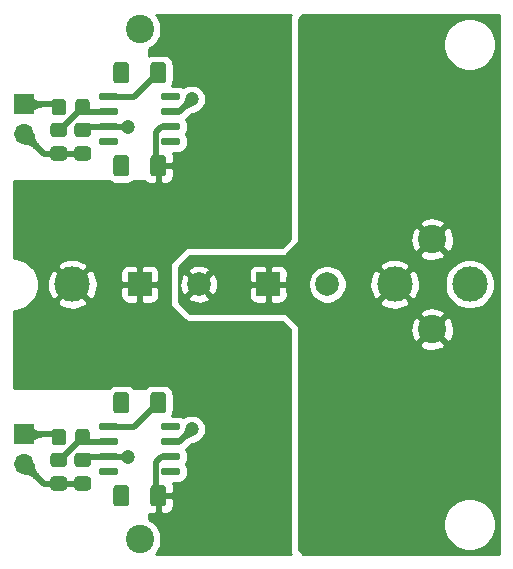
<source format=gbr>
%TF.GenerationSoftware,KiCad,Pcbnew,(5.1.7)-1*%
%TF.CreationDate,2021-01-12T16:04:49+01:00*%
%TF.ProjectId,TheDrut_2,54686544-7275-4745-9f32-2e6b69636164,rev?*%
%TF.SameCoordinates,Original*%
%TF.FileFunction,Copper,L2,Bot*%
%TF.FilePolarity,Positive*%
%FSLAX46Y46*%
G04 Gerber Fmt 4.6, Leading zero omitted, Abs format (unit mm)*
G04 Created by KiCad (PCBNEW (5.1.7)-1) date 2021-01-12 16:04:50*
%MOMM*%
%LPD*%
G01*
G04 APERTURE LIST*
%TA.AperFunction,ComponentPad*%
%ADD10C,3.000000*%
%TD*%
%TA.AperFunction,ComponentPad*%
%ADD11R,2.000000X2.000000*%
%TD*%
%TA.AperFunction,ComponentPad*%
%ADD12C,2.000000*%
%TD*%
%TA.AperFunction,ComponentPad*%
%ADD13C,2.400000*%
%TD*%
%TA.AperFunction,ComponentPad*%
%ADD14O,1.700000X1.700000*%
%TD*%
%TA.AperFunction,ComponentPad*%
%ADD15R,1.700000X1.700000*%
%TD*%
%TA.AperFunction,ViaPad*%
%ADD16C,1.200000*%
%TD*%
%TA.AperFunction,ViaPad*%
%ADD17C,1.100000*%
%TD*%
%TA.AperFunction,Conductor*%
%ADD18C,0.500000*%
%TD*%
%TA.AperFunction,Conductor*%
%ADD19C,0.254000*%
%TD*%
%TA.AperFunction,Conductor*%
%ADD20C,0.100000*%
%TD*%
%TA.AperFunction,Conductor*%
%ADD21C,0.025400*%
%TD*%
G04 APERTURE END LIST*
D10*
X123190000Y-47625000D03*
X116840000Y-47625000D03*
X89535000Y-47625000D03*
D11*
X106125000Y-47625000D03*
D12*
X111125000Y-47625000D03*
D11*
X95250000Y-47625000D03*
D12*
X100250000Y-47625000D03*
%TA.AperFunction,SMDPad,CuDef*%
G36*
G01*
X97050000Y-63650000D02*
X97050000Y-63350000D01*
G75*
G02*
X97200000Y-63200000I150000J0D01*
G01*
X98550000Y-63200000D01*
G75*
G02*
X98700000Y-63350000I0J-150000D01*
G01*
X98700000Y-63650000D01*
G75*
G02*
X98550000Y-63800000I-150000J0D01*
G01*
X97200000Y-63800000D01*
G75*
G02*
X97050000Y-63650000I0J150000D01*
G01*
G37*
%TD.AperFunction*%
%TA.AperFunction,SMDPad,CuDef*%
G36*
G01*
X97050000Y-62380000D02*
X97050000Y-62080000D01*
G75*
G02*
X97200000Y-61930000I150000J0D01*
G01*
X98550000Y-61930000D01*
G75*
G02*
X98700000Y-62080000I0J-150000D01*
G01*
X98700000Y-62380000D01*
G75*
G02*
X98550000Y-62530000I-150000J0D01*
G01*
X97200000Y-62530000D01*
G75*
G02*
X97050000Y-62380000I0J150000D01*
G01*
G37*
%TD.AperFunction*%
%TA.AperFunction,SMDPad,CuDef*%
G36*
G01*
X97050000Y-61110000D02*
X97050000Y-60810000D01*
G75*
G02*
X97200000Y-60660000I150000J0D01*
G01*
X98550000Y-60660000D01*
G75*
G02*
X98700000Y-60810000I0J-150000D01*
G01*
X98700000Y-61110000D01*
G75*
G02*
X98550000Y-61260000I-150000J0D01*
G01*
X97200000Y-61260000D01*
G75*
G02*
X97050000Y-61110000I0J150000D01*
G01*
G37*
%TD.AperFunction*%
%TA.AperFunction,SMDPad,CuDef*%
G36*
G01*
X97050000Y-59840000D02*
X97050000Y-59540000D01*
G75*
G02*
X97200000Y-59390000I150000J0D01*
G01*
X98550000Y-59390000D01*
G75*
G02*
X98700000Y-59540000I0J-150000D01*
G01*
X98700000Y-59840000D01*
G75*
G02*
X98550000Y-59990000I-150000J0D01*
G01*
X97200000Y-59990000D01*
G75*
G02*
X97050000Y-59840000I0J150000D01*
G01*
G37*
%TD.AperFunction*%
%TA.AperFunction,SMDPad,CuDef*%
G36*
G01*
X91800000Y-59840000D02*
X91800000Y-59540000D01*
G75*
G02*
X91950000Y-59390000I150000J0D01*
G01*
X93300000Y-59390000D01*
G75*
G02*
X93450000Y-59540000I0J-150000D01*
G01*
X93450000Y-59840000D01*
G75*
G02*
X93300000Y-59990000I-150000J0D01*
G01*
X91950000Y-59990000D01*
G75*
G02*
X91800000Y-59840000I0J150000D01*
G01*
G37*
%TD.AperFunction*%
%TA.AperFunction,SMDPad,CuDef*%
G36*
G01*
X91800000Y-61110000D02*
X91800000Y-60810000D01*
G75*
G02*
X91950000Y-60660000I150000J0D01*
G01*
X93300000Y-60660000D01*
G75*
G02*
X93450000Y-60810000I0J-150000D01*
G01*
X93450000Y-61110000D01*
G75*
G02*
X93300000Y-61260000I-150000J0D01*
G01*
X91950000Y-61260000D01*
G75*
G02*
X91800000Y-61110000I0J150000D01*
G01*
G37*
%TD.AperFunction*%
%TA.AperFunction,SMDPad,CuDef*%
G36*
G01*
X91800000Y-62380000D02*
X91800000Y-62080000D01*
G75*
G02*
X91950000Y-61930000I150000J0D01*
G01*
X93300000Y-61930000D01*
G75*
G02*
X93450000Y-62080000I0J-150000D01*
G01*
X93450000Y-62380000D01*
G75*
G02*
X93300000Y-62530000I-150000J0D01*
G01*
X91950000Y-62530000D01*
G75*
G02*
X91800000Y-62380000I0J150000D01*
G01*
G37*
%TD.AperFunction*%
%TA.AperFunction,SMDPad,CuDef*%
G36*
G01*
X91800000Y-63650000D02*
X91800000Y-63350000D01*
G75*
G02*
X91950000Y-63200000I150000J0D01*
G01*
X93300000Y-63200000D01*
G75*
G02*
X93450000Y-63350000I0J-150000D01*
G01*
X93450000Y-63650000D01*
G75*
G02*
X93300000Y-63800000I-150000J0D01*
G01*
X91950000Y-63800000D01*
G75*
G02*
X91800000Y-63650000I0J150000D01*
G01*
G37*
%TD.AperFunction*%
%TA.AperFunction,SMDPad,CuDef*%
G36*
G01*
X97050000Y-35710000D02*
X97050000Y-35410000D01*
G75*
G02*
X97200000Y-35260000I150000J0D01*
G01*
X98550000Y-35260000D01*
G75*
G02*
X98700000Y-35410000I0J-150000D01*
G01*
X98700000Y-35710000D01*
G75*
G02*
X98550000Y-35860000I-150000J0D01*
G01*
X97200000Y-35860000D01*
G75*
G02*
X97050000Y-35710000I0J150000D01*
G01*
G37*
%TD.AperFunction*%
%TA.AperFunction,SMDPad,CuDef*%
G36*
G01*
X97050000Y-34440000D02*
X97050000Y-34140000D01*
G75*
G02*
X97200000Y-33990000I150000J0D01*
G01*
X98550000Y-33990000D01*
G75*
G02*
X98700000Y-34140000I0J-150000D01*
G01*
X98700000Y-34440000D01*
G75*
G02*
X98550000Y-34590000I-150000J0D01*
G01*
X97200000Y-34590000D01*
G75*
G02*
X97050000Y-34440000I0J150000D01*
G01*
G37*
%TD.AperFunction*%
%TA.AperFunction,SMDPad,CuDef*%
G36*
G01*
X97050000Y-33170000D02*
X97050000Y-32870000D01*
G75*
G02*
X97200000Y-32720000I150000J0D01*
G01*
X98550000Y-32720000D01*
G75*
G02*
X98700000Y-32870000I0J-150000D01*
G01*
X98700000Y-33170000D01*
G75*
G02*
X98550000Y-33320000I-150000J0D01*
G01*
X97200000Y-33320000D01*
G75*
G02*
X97050000Y-33170000I0J150000D01*
G01*
G37*
%TD.AperFunction*%
%TA.AperFunction,SMDPad,CuDef*%
G36*
G01*
X97050000Y-31900000D02*
X97050000Y-31600000D01*
G75*
G02*
X97200000Y-31450000I150000J0D01*
G01*
X98550000Y-31450000D01*
G75*
G02*
X98700000Y-31600000I0J-150000D01*
G01*
X98700000Y-31900000D01*
G75*
G02*
X98550000Y-32050000I-150000J0D01*
G01*
X97200000Y-32050000D01*
G75*
G02*
X97050000Y-31900000I0J150000D01*
G01*
G37*
%TD.AperFunction*%
%TA.AperFunction,SMDPad,CuDef*%
G36*
G01*
X91800000Y-31900000D02*
X91800000Y-31600000D01*
G75*
G02*
X91950000Y-31450000I150000J0D01*
G01*
X93300000Y-31450000D01*
G75*
G02*
X93450000Y-31600000I0J-150000D01*
G01*
X93450000Y-31900000D01*
G75*
G02*
X93300000Y-32050000I-150000J0D01*
G01*
X91950000Y-32050000D01*
G75*
G02*
X91800000Y-31900000I0J150000D01*
G01*
G37*
%TD.AperFunction*%
%TA.AperFunction,SMDPad,CuDef*%
G36*
G01*
X91800000Y-33170000D02*
X91800000Y-32870000D01*
G75*
G02*
X91950000Y-32720000I150000J0D01*
G01*
X93300000Y-32720000D01*
G75*
G02*
X93450000Y-32870000I0J-150000D01*
G01*
X93450000Y-33170000D01*
G75*
G02*
X93300000Y-33320000I-150000J0D01*
G01*
X91950000Y-33320000D01*
G75*
G02*
X91800000Y-33170000I0J150000D01*
G01*
G37*
%TD.AperFunction*%
%TA.AperFunction,SMDPad,CuDef*%
G36*
G01*
X91800000Y-34440000D02*
X91800000Y-34140000D01*
G75*
G02*
X91950000Y-33990000I150000J0D01*
G01*
X93300000Y-33990000D01*
G75*
G02*
X93450000Y-34140000I0J-150000D01*
G01*
X93450000Y-34440000D01*
G75*
G02*
X93300000Y-34590000I-150000J0D01*
G01*
X91950000Y-34590000D01*
G75*
G02*
X91800000Y-34440000I0J150000D01*
G01*
G37*
%TD.AperFunction*%
%TA.AperFunction,SMDPad,CuDef*%
G36*
G01*
X91800000Y-35710000D02*
X91800000Y-35410000D01*
G75*
G02*
X91950000Y-35260000I150000J0D01*
G01*
X93300000Y-35260000D01*
G75*
G02*
X93450000Y-35410000I0J-150000D01*
G01*
X93450000Y-35710000D01*
G75*
G02*
X93300000Y-35860000I-150000J0D01*
G01*
X91950000Y-35860000D01*
G75*
G02*
X91800000Y-35710000I0J150000D01*
G01*
G37*
%TD.AperFunction*%
%TA.AperFunction,SMDPad,CuDef*%
G36*
G01*
X90874001Y-63100000D02*
X89973999Y-63100000D01*
G75*
G02*
X89724000Y-62850001I0J249999D01*
G01*
X89724000Y-62149999D01*
G75*
G02*
X89973999Y-61900000I249999J0D01*
G01*
X90874001Y-61900000D01*
G75*
G02*
X91124000Y-62149999I0J-249999D01*
G01*
X91124000Y-62850001D01*
G75*
G02*
X90874001Y-63100000I-249999J0D01*
G01*
G37*
%TD.AperFunction*%
%TA.AperFunction,SMDPad,CuDef*%
G36*
G01*
X90874001Y-65100000D02*
X89973999Y-65100000D01*
G75*
G02*
X89724000Y-64850001I0J249999D01*
G01*
X89724000Y-64149999D01*
G75*
G02*
X89973999Y-63900000I249999J0D01*
G01*
X90874001Y-63900000D01*
G75*
G02*
X91124000Y-64149999I0J-249999D01*
G01*
X91124000Y-64850001D01*
G75*
G02*
X90874001Y-65100000I-249999J0D01*
G01*
G37*
%TD.AperFunction*%
%TA.AperFunction,SMDPad,CuDef*%
G36*
G01*
X88842001Y-63100000D02*
X87941999Y-63100000D01*
G75*
G02*
X87692000Y-62850001I0J249999D01*
G01*
X87692000Y-62149999D01*
G75*
G02*
X87941999Y-61900000I249999J0D01*
G01*
X88842001Y-61900000D01*
G75*
G02*
X89092000Y-62149999I0J-249999D01*
G01*
X89092000Y-62850001D01*
G75*
G02*
X88842001Y-63100000I-249999J0D01*
G01*
G37*
%TD.AperFunction*%
%TA.AperFunction,SMDPad,CuDef*%
G36*
G01*
X88842001Y-65100000D02*
X87941999Y-65100000D01*
G75*
G02*
X87692000Y-64850001I0J249999D01*
G01*
X87692000Y-64149999D01*
G75*
G02*
X87941999Y-63900000I249999J0D01*
G01*
X88842001Y-63900000D01*
G75*
G02*
X89092000Y-64149999I0J-249999D01*
G01*
X89092000Y-64850001D01*
G75*
G02*
X88842001Y-65100000I-249999J0D01*
G01*
G37*
%TD.AperFunction*%
%TA.AperFunction,SMDPad,CuDef*%
G36*
G01*
X89008000Y-60128999D02*
X89008000Y-61029001D01*
G75*
G02*
X88758001Y-61279000I-249999J0D01*
G01*
X88057999Y-61279000D01*
G75*
G02*
X87808000Y-61029001I0J249999D01*
G01*
X87808000Y-60128999D01*
G75*
G02*
X88057999Y-59879000I249999J0D01*
G01*
X88758001Y-59879000D01*
G75*
G02*
X89008000Y-60128999I0J-249999D01*
G01*
G37*
%TD.AperFunction*%
%TA.AperFunction,SMDPad,CuDef*%
G36*
G01*
X91008000Y-60128999D02*
X91008000Y-61029001D01*
G75*
G02*
X90758001Y-61279000I-249999J0D01*
G01*
X90057999Y-61279000D01*
G75*
G02*
X89808000Y-61029001I0J249999D01*
G01*
X89808000Y-60128999D01*
G75*
G02*
X90057999Y-59879000I249999J0D01*
G01*
X90758001Y-59879000D01*
G75*
G02*
X91008000Y-60128999I0J-249999D01*
G01*
G37*
%TD.AperFunction*%
%TA.AperFunction,SMDPad,CuDef*%
G36*
G01*
X90874001Y-35160000D02*
X89973999Y-35160000D01*
G75*
G02*
X89724000Y-34910001I0J249999D01*
G01*
X89724000Y-34209999D01*
G75*
G02*
X89973999Y-33960000I249999J0D01*
G01*
X90874001Y-33960000D01*
G75*
G02*
X91124000Y-34209999I0J-249999D01*
G01*
X91124000Y-34910001D01*
G75*
G02*
X90874001Y-35160000I-249999J0D01*
G01*
G37*
%TD.AperFunction*%
%TA.AperFunction,SMDPad,CuDef*%
G36*
G01*
X90874001Y-37160000D02*
X89973999Y-37160000D01*
G75*
G02*
X89724000Y-36910001I0J249999D01*
G01*
X89724000Y-36209999D01*
G75*
G02*
X89973999Y-35960000I249999J0D01*
G01*
X90874001Y-35960000D01*
G75*
G02*
X91124000Y-36209999I0J-249999D01*
G01*
X91124000Y-36910001D01*
G75*
G02*
X90874001Y-37160000I-249999J0D01*
G01*
G37*
%TD.AperFunction*%
%TA.AperFunction,SMDPad,CuDef*%
G36*
G01*
X88842001Y-35160000D02*
X87941999Y-35160000D01*
G75*
G02*
X87692000Y-34910001I0J249999D01*
G01*
X87692000Y-34209999D01*
G75*
G02*
X87941999Y-33960000I249999J0D01*
G01*
X88842001Y-33960000D01*
G75*
G02*
X89092000Y-34209999I0J-249999D01*
G01*
X89092000Y-34910001D01*
G75*
G02*
X88842001Y-35160000I-249999J0D01*
G01*
G37*
%TD.AperFunction*%
%TA.AperFunction,SMDPad,CuDef*%
G36*
G01*
X88842001Y-37160000D02*
X87941999Y-37160000D01*
G75*
G02*
X87692000Y-36910001I0J249999D01*
G01*
X87692000Y-36209999D01*
G75*
G02*
X87941999Y-35960000I249999J0D01*
G01*
X88842001Y-35960000D01*
G75*
G02*
X89092000Y-36209999I0J-249999D01*
G01*
X89092000Y-36910001D01*
G75*
G02*
X88842001Y-37160000I-249999J0D01*
G01*
G37*
%TD.AperFunction*%
%TA.AperFunction,SMDPad,CuDef*%
G36*
G01*
X89008000Y-32188999D02*
X89008000Y-33089001D01*
G75*
G02*
X88758001Y-33339000I-249999J0D01*
G01*
X88057999Y-33339000D01*
G75*
G02*
X87808000Y-33089001I0J249999D01*
G01*
X87808000Y-32188999D01*
G75*
G02*
X88057999Y-31939000I249999J0D01*
G01*
X88758001Y-31939000D01*
G75*
G02*
X89008000Y-32188999I0J-249999D01*
G01*
G37*
%TD.AperFunction*%
%TA.AperFunction,SMDPad,CuDef*%
G36*
G01*
X91008000Y-32188999D02*
X91008000Y-33089001D01*
G75*
G02*
X90758001Y-33339000I-249999J0D01*
G01*
X90057999Y-33339000D01*
G75*
G02*
X89808000Y-33089001I0J249999D01*
G01*
X89808000Y-32188999D01*
G75*
G02*
X90057999Y-31939000I249999J0D01*
G01*
X90758001Y-31939000D01*
G75*
G02*
X91008000Y-32188999I0J-249999D01*
G01*
G37*
%TD.AperFunction*%
D13*
X120015000Y-51435000D03*
X95250000Y-69215000D03*
D14*
X85471000Y-62865000D03*
D15*
X85471000Y-60325000D03*
D13*
X120015000Y-43815000D03*
X95250000Y-26035000D03*
D14*
X85471000Y-34925000D03*
D15*
X85471000Y-32385000D03*
%TA.AperFunction,SMDPad,CuDef*%
G36*
G01*
X96150000Y-58308003D02*
X96150000Y-57007997D01*
G75*
G02*
X96399997Y-56758000I249997J0D01*
G01*
X97225003Y-56758000D01*
G75*
G02*
X97475000Y-57007997I0J-249997D01*
G01*
X97475000Y-58308003D01*
G75*
G02*
X97225003Y-58558000I-249997J0D01*
G01*
X96399997Y-58558000D01*
G75*
G02*
X96150000Y-58308003I0J249997D01*
G01*
G37*
%TD.AperFunction*%
%TA.AperFunction,SMDPad,CuDef*%
G36*
G01*
X93025000Y-58308003D02*
X93025000Y-57007997D01*
G75*
G02*
X93274997Y-56758000I249997J0D01*
G01*
X94100003Y-56758000D01*
G75*
G02*
X94350000Y-57007997I0J-249997D01*
G01*
X94350000Y-58308003D01*
G75*
G02*
X94100003Y-58558000I-249997J0D01*
G01*
X93274997Y-58558000D01*
G75*
G02*
X93025000Y-58308003I0J249997D01*
G01*
G37*
%TD.AperFunction*%
%TA.AperFunction,SMDPad,CuDef*%
G36*
G01*
X96150000Y-66182003D02*
X96150000Y-64881997D01*
G75*
G02*
X96399997Y-64632000I249997J0D01*
G01*
X97225003Y-64632000D01*
G75*
G02*
X97475000Y-64881997I0J-249997D01*
G01*
X97475000Y-66182003D01*
G75*
G02*
X97225003Y-66432000I-249997J0D01*
G01*
X96399997Y-66432000D01*
G75*
G02*
X96150000Y-66182003I0J249997D01*
G01*
G37*
%TD.AperFunction*%
%TA.AperFunction,SMDPad,CuDef*%
G36*
G01*
X93025000Y-66182003D02*
X93025000Y-64881997D01*
G75*
G02*
X93274997Y-64632000I249997J0D01*
G01*
X94100003Y-64632000D01*
G75*
G02*
X94350000Y-64881997I0J-249997D01*
G01*
X94350000Y-66182003D01*
G75*
G02*
X94100003Y-66432000I-249997J0D01*
G01*
X93274997Y-66432000D01*
G75*
G02*
X93025000Y-66182003I0J249997D01*
G01*
G37*
%TD.AperFunction*%
%TA.AperFunction,SMDPad,CuDef*%
G36*
G01*
X96150000Y-30368003D02*
X96150000Y-29067997D01*
G75*
G02*
X96399997Y-28818000I249997J0D01*
G01*
X97225003Y-28818000D01*
G75*
G02*
X97475000Y-29067997I0J-249997D01*
G01*
X97475000Y-30368003D01*
G75*
G02*
X97225003Y-30618000I-249997J0D01*
G01*
X96399997Y-30618000D01*
G75*
G02*
X96150000Y-30368003I0J249997D01*
G01*
G37*
%TD.AperFunction*%
%TA.AperFunction,SMDPad,CuDef*%
G36*
G01*
X93025000Y-30368003D02*
X93025000Y-29067997D01*
G75*
G02*
X93274997Y-28818000I249997J0D01*
G01*
X94100003Y-28818000D01*
G75*
G02*
X94350000Y-29067997I0J-249997D01*
G01*
X94350000Y-30368003D01*
G75*
G02*
X94100003Y-30618000I-249997J0D01*
G01*
X93274997Y-30618000D01*
G75*
G02*
X93025000Y-30368003I0J249997D01*
G01*
G37*
%TD.AperFunction*%
%TA.AperFunction,SMDPad,CuDef*%
G36*
G01*
X96150000Y-38242003D02*
X96150000Y-36941997D01*
G75*
G02*
X96399997Y-36692000I249997J0D01*
G01*
X97225003Y-36692000D01*
G75*
G02*
X97475000Y-36941997I0J-249997D01*
G01*
X97475000Y-38242003D01*
G75*
G02*
X97225003Y-38492000I-249997J0D01*
G01*
X96399997Y-38492000D01*
G75*
G02*
X96150000Y-38242003I0J249997D01*
G01*
G37*
%TD.AperFunction*%
%TA.AperFunction,SMDPad,CuDef*%
G36*
G01*
X93025000Y-38242003D02*
X93025000Y-36941997D01*
G75*
G02*
X93274997Y-36692000I249997J0D01*
G01*
X94100003Y-36692000D01*
G75*
G02*
X94350000Y-36941997I0J-249997D01*
G01*
X94350000Y-38242003D01*
G75*
G02*
X94100003Y-38492000I-249997J0D01*
G01*
X93274997Y-38492000D01*
G75*
G02*
X93025000Y-38242003I0J249997D01*
G01*
G37*
%TD.AperFunction*%
D16*
X96812500Y-37592000D03*
D17*
X100270000Y-37055000D03*
D16*
X96812500Y-65532000D03*
D17*
X100270000Y-64995000D03*
X99070000Y-37055000D03*
X101470000Y-37055000D03*
X99070000Y-64995000D03*
X101470000Y-64995000D03*
D16*
X93687500Y-29718000D03*
X93687500Y-37592000D03*
X93687500Y-57658000D03*
X93687500Y-65532000D03*
X96812500Y-29718000D03*
X96812500Y-57658000D03*
X94250000Y-34290000D03*
X99635000Y-31955000D03*
X94250000Y-62230000D03*
X99635000Y-59895000D03*
D18*
X96812500Y-37592000D02*
X96812500Y-37592000D01*
X96812500Y-65532000D02*
X96812500Y-65532000D01*
X96599990Y-37379490D02*
X96812500Y-37592000D01*
X96599990Y-34740010D02*
X96599990Y-37379490D01*
X97050000Y-34290000D02*
X96599990Y-34740010D01*
X97875000Y-34290000D02*
X97050000Y-34290000D01*
X96599990Y-65319490D02*
X96812500Y-65532000D01*
X96599990Y-62680010D02*
X96599990Y-65319490D01*
X97050000Y-62230000D02*
X96599990Y-62680010D01*
X97875000Y-62230000D02*
X97050000Y-62230000D01*
X87106000Y-36560000D02*
X85471000Y-34925000D01*
X90424000Y-36560000D02*
X87106000Y-36560000D01*
X87106000Y-64500000D02*
X85471000Y-62865000D01*
X90424000Y-64500000D02*
X87106000Y-64500000D01*
X94780500Y-31750000D02*
X92625000Y-31750000D01*
X96812500Y-29718000D02*
X96812500Y-29718000D01*
X96812500Y-29718000D02*
X94780500Y-31750000D01*
X94780500Y-59690000D02*
X92625000Y-59690000D01*
X96812500Y-57658000D02*
X96812500Y-57658000D01*
X96812500Y-57658000D02*
X94780500Y-59690000D01*
X88154000Y-32385000D02*
X88408000Y-32639000D01*
X85471000Y-32385000D02*
X88154000Y-32385000D01*
X88392000Y-34560000D02*
X88392000Y-34528000D01*
X90789000Y-33020000D02*
X90408000Y-32639000D01*
X92625000Y-33020000D02*
X90789000Y-33020000D01*
X88487000Y-34560000D02*
X90408000Y-32639000D01*
X88392000Y-34560000D02*
X88487000Y-34560000D01*
X90694000Y-34290000D02*
X90424000Y-34560000D01*
X92625000Y-34290000D02*
X90694000Y-34290000D01*
X94250000Y-34290000D02*
X92625000Y-34290000D01*
X98570000Y-33020000D02*
X99635000Y-31955000D01*
X97875000Y-33020000D02*
X98570000Y-33020000D01*
X88154000Y-60325000D02*
X88408000Y-60579000D01*
X85471000Y-60325000D02*
X88154000Y-60325000D01*
X90789000Y-60960000D02*
X90408000Y-60579000D01*
X92625000Y-60960000D02*
X90789000Y-60960000D01*
X88487000Y-62500000D02*
X90408000Y-60579000D01*
X88392000Y-62500000D02*
X88487000Y-62500000D01*
X90694000Y-62230000D02*
X90424000Y-62500000D01*
X92625000Y-62230000D02*
X90694000Y-62230000D01*
X94250000Y-62230000D02*
X92625000Y-62230000D01*
X98570000Y-60960000D02*
X99635000Y-59895000D01*
X97875000Y-60960000D02*
X98570000Y-60960000D01*
D19*
X107998336Y-24886996D02*
X107962201Y-25006118D01*
X107950000Y-25130000D01*
X107950000Y-43821974D01*
X107321974Y-44450000D01*
X99425000Y-44450000D01*
X99301118Y-44462201D01*
X99181996Y-44498336D01*
X99072213Y-44557017D01*
X98975987Y-44635987D01*
X97975987Y-45635987D01*
X97897017Y-45732213D01*
X97838336Y-45841996D01*
X97802201Y-45961118D01*
X97790000Y-46085000D01*
X97790000Y-49165000D01*
X97802201Y-49288882D01*
X97838336Y-49408004D01*
X97897017Y-49517787D01*
X97975987Y-49614013D01*
X98975987Y-50614013D01*
X99072213Y-50692983D01*
X99181996Y-50751664D01*
X99301118Y-50787799D01*
X99425000Y-50800000D01*
X107321974Y-50800000D01*
X107950000Y-51428026D01*
X107950000Y-70120000D01*
X107962201Y-70243882D01*
X107998336Y-70363004D01*
X108050182Y-70460000D01*
X96600082Y-70460000D01*
X96675338Y-70384744D01*
X96876156Y-70084199D01*
X97014482Y-69750250D01*
X97085000Y-69395732D01*
X97085000Y-69034268D01*
X97014482Y-68679750D01*
X96876156Y-68345801D01*
X96675338Y-68045256D01*
X96419744Y-67789662D01*
X96119199Y-67588844D01*
X96012000Y-67544441D01*
X96012000Y-67053711D01*
X96025518Y-67057812D01*
X96150000Y-67070072D01*
X96526750Y-67067000D01*
X96685500Y-66908250D01*
X96685500Y-65659000D01*
X96939500Y-65659000D01*
X96939500Y-66908250D01*
X97098250Y-67067000D01*
X97475000Y-67070072D01*
X97599482Y-67057812D01*
X97719180Y-67021502D01*
X97829494Y-66962537D01*
X97926185Y-66883185D01*
X98005537Y-66786494D01*
X98064502Y-66676180D01*
X98100812Y-66556482D01*
X98113072Y-66432000D01*
X98110000Y-65817750D01*
X97951250Y-65659000D01*
X96939500Y-65659000D01*
X96685500Y-65659000D01*
X96665500Y-65659000D01*
X96665500Y-65405000D01*
X96685500Y-65405000D01*
X96685500Y-65385000D01*
X96939500Y-65385000D01*
X96939500Y-65405000D01*
X97951250Y-65405000D01*
X98110000Y-65246250D01*
X98113072Y-64632000D01*
X98100812Y-64507518D01*
X98079746Y-64438072D01*
X98550000Y-64438072D01*
X98703745Y-64422929D01*
X98851582Y-64378084D01*
X98987829Y-64305258D01*
X99107251Y-64207251D01*
X99205258Y-64087829D01*
X99278084Y-63951582D01*
X99322929Y-63803745D01*
X99338072Y-63650000D01*
X99338072Y-63350000D01*
X99322929Y-63196255D01*
X99278084Y-63048418D01*
X99205258Y-62912171D01*
X99166546Y-62865000D01*
X99205258Y-62817829D01*
X99278084Y-62681582D01*
X99322929Y-62533745D01*
X99338072Y-62380000D01*
X99338072Y-62080000D01*
X99322929Y-61926255D01*
X99278084Y-61778418D01*
X99205258Y-61642171D01*
X99176501Y-61607131D01*
X99198817Y-61588817D01*
X99226534Y-61555044D01*
X99651578Y-61130000D01*
X99756637Y-61130000D01*
X99995236Y-61082540D01*
X100219992Y-60989443D01*
X100422267Y-60854287D01*
X100594287Y-60682267D01*
X100729443Y-60479992D01*
X100822540Y-60255236D01*
X100870000Y-60016637D01*
X100870000Y-59773363D01*
X100822540Y-59534764D01*
X100729443Y-59310008D01*
X100594287Y-59107733D01*
X100422267Y-58935713D01*
X100219992Y-58800557D01*
X99995236Y-58707460D01*
X99756637Y-58660000D01*
X99513363Y-58660000D01*
X99274764Y-58707460D01*
X99050008Y-58800557D01*
X98952377Y-58865792D01*
X98851582Y-58811916D01*
X98703745Y-58767071D01*
X98550000Y-58751928D01*
X97989842Y-58751928D01*
X98045472Y-58647852D01*
X98096008Y-58481257D01*
X98113072Y-58308003D01*
X98113072Y-57007997D01*
X98096008Y-56834743D01*
X98045472Y-56668148D01*
X97963405Y-56514612D01*
X97852963Y-56380037D01*
X97718388Y-56269595D01*
X97564852Y-56187528D01*
X97398257Y-56136992D01*
X97225003Y-56119928D01*
X96399997Y-56119928D01*
X96226743Y-56136992D01*
X96060148Y-56187528D01*
X95906612Y-56269595D01*
X95772037Y-56380037D01*
X95765502Y-56388000D01*
X94734498Y-56388000D01*
X94727963Y-56380037D01*
X94593388Y-56269595D01*
X94439852Y-56187528D01*
X94273257Y-56136992D01*
X94100003Y-56119928D01*
X93274997Y-56119928D01*
X93101743Y-56136992D01*
X92935148Y-56187528D01*
X92781612Y-56269595D01*
X92647037Y-56380037D01*
X92640502Y-56388000D01*
X84582000Y-56388000D01*
X84582000Y-49860000D01*
X84675128Y-49860000D01*
X85106925Y-49774110D01*
X85513669Y-49605631D01*
X85879729Y-49361038D01*
X86124114Y-49116653D01*
X88222952Y-49116653D01*
X88378962Y-49432214D01*
X88753745Y-49623020D01*
X89158551Y-49737044D01*
X89577824Y-49769902D01*
X89995451Y-49720334D01*
X90395383Y-49590243D01*
X90691038Y-49432214D01*
X90847048Y-49116653D01*
X89535000Y-47804605D01*
X88222952Y-49116653D01*
X86124114Y-49116653D01*
X86191038Y-49049729D01*
X86435631Y-48683669D01*
X86604110Y-48276925D01*
X86690000Y-47845128D01*
X86690000Y-47667824D01*
X87390098Y-47667824D01*
X87439666Y-48085451D01*
X87569757Y-48485383D01*
X87727786Y-48781038D01*
X88043347Y-48937048D01*
X89355395Y-47625000D01*
X89714605Y-47625000D01*
X91026653Y-48937048D01*
X91342214Y-48781038D01*
X91421654Y-48625000D01*
X93611928Y-48625000D01*
X93624188Y-48749482D01*
X93660498Y-48869180D01*
X93719463Y-48979494D01*
X93798815Y-49076185D01*
X93895506Y-49155537D01*
X94005820Y-49214502D01*
X94125518Y-49250812D01*
X94250000Y-49263072D01*
X94964250Y-49260000D01*
X95123000Y-49101250D01*
X95123000Y-47752000D01*
X95377000Y-47752000D01*
X95377000Y-49101250D01*
X95535750Y-49260000D01*
X96250000Y-49263072D01*
X96374482Y-49250812D01*
X96494180Y-49214502D01*
X96604494Y-49155537D01*
X96701185Y-49076185D01*
X96780537Y-48979494D01*
X96839502Y-48869180D01*
X96875812Y-48749482D01*
X96888072Y-48625000D01*
X96885000Y-47910750D01*
X96726250Y-47752000D01*
X95377000Y-47752000D01*
X95123000Y-47752000D01*
X93773750Y-47752000D01*
X93615000Y-47910750D01*
X93611928Y-48625000D01*
X91421654Y-48625000D01*
X91533020Y-48406255D01*
X91647044Y-48001449D01*
X91679902Y-47582176D01*
X91630334Y-47164549D01*
X91500243Y-46764617D01*
X91425618Y-46625000D01*
X93611928Y-46625000D01*
X93615000Y-47339250D01*
X93773750Y-47498000D01*
X95123000Y-47498000D01*
X95123000Y-46148750D01*
X95377000Y-46148750D01*
X95377000Y-47498000D01*
X96726250Y-47498000D01*
X96885000Y-47339250D01*
X96888072Y-46625000D01*
X96875812Y-46500518D01*
X96839502Y-46380820D01*
X96780537Y-46270506D01*
X96701185Y-46173815D01*
X96604494Y-46094463D01*
X96494180Y-46035498D01*
X96374482Y-45999188D01*
X96250000Y-45986928D01*
X95535750Y-45990000D01*
X95377000Y-46148750D01*
X95123000Y-46148750D01*
X94964250Y-45990000D01*
X94250000Y-45986928D01*
X94125518Y-45999188D01*
X94005820Y-46035498D01*
X93895506Y-46094463D01*
X93798815Y-46173815D01*
X93719463Y-46270506D01*
X93660498Y-46380820D01*
X93624188Y-46500518D01*
X93611928Y-46625000D01*
X91425618Y-46625000D01*
X91342214Y-46468962D01*
X91026653Y-46312952D01*
X89714605Y-47625000D01*
X89355395Y-47625000D01*
X88043347Y-46312952D01*
X87727786Y-46468962D01*
X87536980Y-46843745D01*
X87422956Y-47248551D01*
X87390098Y-47667824D01*
X86690000Y-47667824D01*
X86690000Y-47404872D01*
X86604110Y-46973075D01*
X86435631Y-46566331D01*
X86191038Y-46200271D01*
X86124114Y-46133347D01*
X88222952Y-46133347D01*
X89535000Y-47445395D01*
X90847048Y-46133347D01*
X90691038Y-45817786D01*
X90316255Y-45626980D01*
X89911449Y-45512956D01*
X89492176Y-45480098D01*
X89074549Y-45529666D01*
X88674617Y-45659757D01*
X88378962Y-45817786D01*
X88222952Y-46133347D01*
X86124114Y-46133347D01*
X85879729Y-45888962D01*
X85513669Y-45644369D01*
X85106925Y-45475890D01*
X84675128Y-45390000D01*
X84582000Y-45390000D01*
X84582000Y-38862000D01*
X92640502Y-38862000D01*
X92647037Y-38869963D01*
X92781612Y-38980405D01*
X92935148Y-39062472D01*
X93101743Y-39113008D01*
X93274997Y-39130072D01*
X94100003Y-39130072D01*
X94273257Y-39113008D01*
X94439852Y-39062472D01*
X94593388Y-38980405D01*
X94727963Y-38869963D01*
X94734498Y-38862000D01*
X95632188Y-38862000D01*
X95698815Y-38943185D01*
X95795506Y-39022537D01*
X95905820Y-39081502D01*
X96025518Y-39117812D01*
X96150000Y-39130072D01*
X96526750Y-39127000D01*
X96685500Y-38968250D01*
X96685500Y-37719000D01*
X96939500Y-37719000D01*
X96939500Y-38968250D01*
X97098250Y-39127000D01*
X97475000Y-39130072D01*
X97599482Y-39117812D01*
X97719180Y-39081502D01*
X97829494Y-39022537D01*
X97926185Y-38943185D01*
X98005537Y-38846494D01*
X98064502Y-38736180D01*
X98100812Y-38616482D01*
X98113072Y-38492000D01*
X98110000Y-37877750D01*
X97951250Y-37719000D01*
X96939500Y-37719000D01*
X96685500Y-37719000D01*
X96665500Y-37719000D01*
X96665500Y-37465000D01*
X96685500Y-37465000D01*
X96685500Y-37445000D01*
X96939500Y-37445000D01*
X96939500Y-37465000D01*
X97951250Y-37465000D01*
X98110000Y-37306250D01*
X98113072Y-36692000D01*
X98100812Y-36567518D01*
X98079746Y-36498072D01*
X98550000Y-36498072D01*
X98703745Y-36482929D01*
X98851582Y-36438084D01*
X98987829Y-36365258D01*
X99107251Y-36267251D01*
X99205258Y-36147829D01*
X99278084Y-36011582D01*
X99322929Y-35863745D01*
X99338072Y-35710000D01*
X99338072Y-35410000D01*
X99322929Y-35256255D01*
X99278084Y-35108418D01*
X99205258Y-34972171D01*
X99166546Y-34925000D01*
X99205258Y-34877829D01*
X99278084Y-34741582D01*
X99322929Y-34593745D01*
X99338072Y-34440000D01*
X99338072Y-34140000D01*
X99322929Y-33986255D01*
X99278084Y-33838418D01*
X99205258Y-33702171D01*
X99176501Y-33667131D01*
X99198817Y-33648817D01*
X99226534Y-33615044D01*
X99651578Y-33190000D01*
X99756637Y-33190000D01*
X99995236Y-33142540D01*
X100219992Y-33049443D01*
X100422267Y-32914287D01*
X100594287Y-32742267D01*
X100729443Y-32539992D01*
X100822540Y-32315236D01*
X100870000Y-32076637D01*
X100870000Y-31833363D01*
X100822540Y-31594764D01*
X100729443Y-31370008D01*
X100594287Y-31167733D01*
X100422267Y-30995713D01*
X100219992Y-30860557D01*
X99995236Y-30767460D01*
X99756637Y-30720000D01*
X99513363Y-30720000D01*
X99274764Y-30767460D01*
X99050008Y-30860557D01*
X98952377Y-30925792D01*
X98851582Y-30871916D01*
X98703745Y-30827071D01*
X98550000Y-30811928D01*
X97989842Y-30811928D01*
X98045472Y-30707852D01*
X98096008Y-30541257D01*
X98113072Y-30368003D01*
X98113072Y-29067997D01*
X98096008Y-28894743D01*
X98045472Y-28728148D01*
X97963405Y-28574612D01*
X97852963Y-28440037D01*
X97718388Y-28329595D01*
X97564852Y-28247528D01*
X97398257Y-28196992D01*
X97225003Y-28179928D01*
X96399997Y-28179928D01*
X96226743Y-28196992D01*
X96060148Y-28247528D01*
X96012000Y-28273264D01*
X96012000Y-27705559D01*
X96119199Y-27661156D01*
X96419744Y-27460338D01*
X96675338Y-27204744D01*
X96876156Y-26904199D01*
X97014482Y-26570250D01*
X97085000Y-26215732D01*
X97085000Y-25854268D01*
X97014482Y-25499750D01*
X96876156Y-25165801D01*
X96675338Y-24865256D01*
X96600082Y-24790000D01*
X108050182Y-24790000D01*
X107998336Y-24886996D01*
%TA.AperFunction,Conductor*%
D20*
G36*
X107998336Y-24886996D02*
G01*
X107962201Y-25006118D01*
X107950000Y-25130000D01*
X107950000Y-43821974D01*
X107321974Y-44450000D01*
X99425000Y-44450000D01*
X99301118Y-44462201D01*
X99181996Y-44498336D01*
X99072213Y-44557017D01*
X98975987Y-44635987D01*
X97975987Y-45635987D01*
X97897017Y-45732213D01*
X97838336Y-45841996D01*
X97802201Y-45961118D01*
X97790000Y-46085000D01*
X97790000Y-49165000D01*
X97802201Y-49288882D01*
X97838336Y-49408004D01*
X97897017Y-49517787D01*
X97975987Y-49614013D01*
X98975987Y-50614013D01*
X99072213Y-50692983D01*
X99181996Y-50751664D01*
X99301118Y-50787799D01*
X99425000Y-50800000D01*
X107321974Y-50800000D01*
X107950000Y-51428026D01*
X107950000Y-70120000D01*
X107962201Y-70243882D01*
X107998336Y-70363004D01*
X108050182Y-70460000D01*
X96600082Y-70460000D01*
X96675338Y-70384744D01*
X96876156Y-70084199D01*
X97014482Y-69750250D01*
X97085000Y-69395732D01*
X97085000Y-69034268D01*
X97014482Y-68679750D01*
X96876156Y-68345801D01*
X96675338Y-68045256D01*
X96419744Y-67789662D01*
X96119199Y-67588844D01*
X96012000Y-67544441D01*
X96012000Y-67053711D01*
X96025518Y-67057812D01*
X96150000Y-67070072D01*
X96526750Y-67067000D01*
X96685500Y-66908250D01*
X96685500Y-65659000D01*
X96939500Y-65659000D01*
X96939500Y-66908250D01*
X97098250Y-67067000D01*
X97475000Y-67070072D01*
X97599482Y-67057812D01*
X97719180Y-67021502D01*
X97829494Y-66962537D01*
X97926185Y-66883185D01*
X98005537Y-66786494D01*
X98064502Y-66676180D01*
X98100812Y-66556482D01*
X98113072Y-66432000D01*
X98110000Y-65817750D01*
X97951250Y-65659000D01*
X96939500Y-65659000D01*
X96685500Y-65659000D01*
X96665500Y-65659000D01*
X96665500Y-65405000D01*
X96685500Y-65405000D01*
X96685500Y-65385000D01*
X96939500Y-65385000D01*
X96939500Y-65405000D01*
X97951250Y-65405000D01*
X98110000Y-65246250D01*
X98113072Y-64632000D01*
X98100812Y-64507518D01*
X98079746Y-64438072D01*
X98550000Y-64438072D01*
X98703745Y-64422929D01*
X98851582Y-64378084D01*
X98987829Y-64305258D01*
X99107251Y-64207251D01*
X99205258Y-64087829D01*
X99278084Y-63951582D01*
X99322929Y-63803745D01*
X99338072Y-63650000D01*
X99338072Y-63350000D01*
X99322929Y-63196255D01*
X99278084Y-63048418D01*
X99205258Y-62912171D01*
X99166546Y-62865000D01*
X99205258Y-62817829D01*
X99278084Y-62681582D01*
X99322929Y-62533745D01*
X99338072Y-62380000D01*
X99338072Y-62080000D01*
X99322929Y-61926255D01*
X99278084Y-61778418D01*
X99205258Y-61642171D01*
X99176501Y-61607131D01*
X99198817Y-61588817D01*
X99226534Y-61555044D01*
X99651578Y-61130000D01*
X99756637Y-61130000D01*
X99995236Y-61082540D01*
X100219992Y-60989443D01*
X100422267Y-60854287D01*
X100594287Y-60682267D01*
X100729443Y-60479992D01*
X100822540Y-60255236D01*
X100870000Y-60016637D01*
X100870000Y-59773363D01*
X100822540Y-59534764D01*
X100729443Y-59310008D01*
X100594287Y-59107733D01*
X100422267Y-58935713D01*
X100219992Y-58800557D01*
X99995236Y-58707460D01*
X99756637Y-58660000D01*
X99513363Y-58660000D01*
X99274764Y-58707460D01*
X99050008Y-58800557D01*
X98952377Y-58865792D01*
X98851582Y-58811916D01*
X98703745Y-58767071D01*
X98550000Y-58751928D01*
X97989842Y-58751928D01*
X98045472Y-58647852D01*
X98096008Y-58481257D01*
X98113072Y-58308003D01*
X98113072Y-57007997D01*
X98096008Y-56834743D01*
X98045472Y-56668148D01*
X97963405Y-56514612D01*
X97852963Y-56380037D01*
X97718388Y-56269595D01*
X97564852Y-56187528D01*
X97398257Y-56136992D01*
X97225003Y-56119928D01*
X96399997Y-56119928D01*
X96226743Y-56136992D01*
X96060148Y-56187528D01*
X95906612Y-56269595D01*
X95772037Y-56380037D01*
X95765502Y-56388000D01*
X94734498Y-56388000D01*
X94727963Y-56380037D01*
X94593388Y-56269595D01*
X94439852Y-56187528D01*
X94273257Y-56136992D01*
X94100003Y-56119928D01*
X93274997Y-56119928D01*
X93101743Y-56136992D01*
X92935148Y-56187528D01*
X92781612Y-56269595D01*
X92647037Y-56380037D01*
X92640502Y-56388000D01*
X84582000Y-56388000D01*
X84582000Y-49860000D01*
X84675128Y-49860000D01*
X85106925Y-49774110D01*
X85513669Y-49605631D01*
X85879729Y-49361038D01*
X86124114Y-49116653D01*
X88222952Y-49116653D01*
X88378962Y-49432214D01*
X88753745Y-49623020D01*
X89158551Y-49737044D01*
X89577824Y-49769902D01*
X89995451Y-49720334D01*
X90395383Y-49590243D01*
X90691038Y-49432214D01*
X90847048Y-49116653D01*
X89535000Y-47804605D01*
X88222952Y-49116653D01*
X86124114Y-49116653D01*
X86191038Y-49049729D01*
X86435631Y-48683669D01*
X86604110Y-48276925D01*
X86690000Y-47845128D01*
X86690000Y-47667824D01*
X87390098Y-47667824D01*
X87439666Y-48085451D01*
X87569757Y-48485383D01*
X87727786Y-48781038D01*
X88043347Y-48937048D01*
X89355395Y-47625000D01*
X89714605Y-47625000D01*
X91026653Y-48937048D01*
X91342214Y-48781038D01*
X91421654Y-48625000D01*
X93611928Y-48625000D01*
X93624188Y-48749482D01*
X93660498Y-48869180D01*
X93719463Y-48979494D01*
X93798815Y-49076185D01*
X93895506Y-49155537D01*
X94005820Y-49214502D01*
X94125518Y-49250812D01*
X94250000Y-49263072D01*
X94964250Y-49260000D01*
X95123000Y-49101250D01*
X95123000Y-47752000D01*
X95377000Y-47752000D01*
X95377000Y-49101250D01*
X95535750Y-49260000D01*
X96250000Y-49263072D01*
X96374482Y-49250812D01*
X96494180Y-49214502D01*
X96604494Y-49155537D01*
X96701185Y-49076185D01*
X96780537Y-48979494D01*
X96839502Y-48869180D01*
X96875812Y-48749482D01*
X96888072Y-48625000D01*
X96885000Y-47910750D01*
X96726250Y-47752000D01*
X95377000Y-47752000D01*
X95123000Y-47752000D01*
X93773750Y-47752000D01*
X93615000Y-47910750D01*
X93611928Y-48625000D01*
X91421654Y-48625000D01*
X91533020Y-48406255D01*
X91647044Y-48001449D01*
X91679902Y-47582176D01*
X91630334Y-47164549D01*
X91500243Y-46764617D01*
X91425618Y-46625000D01*
X93611928Y-46625000D01*
X93615000Y-47339250D01*
X93773750Y-47498000D01*
X95123000Y-47498000D01*
X95123000Y-46148750D01*
X95377000Y-46148750D01*
X95377000Y-47498000D01*
X96726250Y-47498000D01*
X96885000Y-47339250D01*
X96888072Y-46625000D01*
X96875812Y-46500518D01*
X96839502Y-46380820D01*
X96780537Y-46270506D01*
X96701185Y-46173815D01*
X96604494Y-46094463D01*
X96494180Y-46035498D01*
X96374482Y-45999188D01*
X96250000Y-45986928D01*
X95535750Y-45990000D01*
X95377000Y-46148750D01*
X95123000Y-46148750D01*
X94964250Y-45990000D01*
X94250000Y-45986928D01*
X94125518Y-45999188D01*
X94005820Y-46035498D01*
X93895506Y-46094463D01*
X93798815Y-46173815D01*
X93719463Y-46270506D01*
X93660498Y-46380820D01*
X93624188Y-46500518D01*
X93611928Y-46625000D01*
X91425618Y-46625000D01*
X91342214Y-46468962D01*
X91026653Y-46312952D01*
X89714605Y-47625000D01*
X89355395Y-47625000D01*
X88043347Y-46312952D01*
X87727786Y-46468962D01*
X87536980Y-46843745D01*
X87422956Y-47248551D01*
X87390098Y-47667824D01*
X86690000Y-47667824D01*
X86690000Y-47404872D01*
X86604110Y-46973075D01*
X86435631Y-46566331D01*
X86191038Y-46200271D01*
X86124114Y-46133347D01*
X88222952Y-46133347D01*
X89535000Y-47445395D01*
X90847048Y-46133347D01*
X90691038Y-45817786D01*
X90316255Y-45626980D01*
X89911449Y-45512956D01*
X89492176Y-45480098D01*
X89074549Y-45529666D01*
X88674617Y-45659757D01*
X88378962Y-45817786D01*
X88222952Y-46133347D01*
X86124114Y-46133347D01*
X85879729Y-45888962D01*
X85513669Y-45644369D01*
X85106925Y-45475890D01*
X84675128Y-45390000D01*
X84582000Y-45390000D01*
X84582000Y-38862000D01*
X92640502Y-38862000D01*
X92647037Y-38869963D01*
X92781612Y-38980405D01*
X92935148Y-39062472D01*
X93101743Y-39113008D01*
X93274997Y-39130072D01*
X94100003Y-39130072D01*
X94273257Y-39113008D01*
X94439852Y-39062472D01*
X94593388Y-38980405D01*
X94727963Y-38869963D01*
X94734498Y-38862000D01*
X95632188Y-38862000D01*
X95698815Y-38943185D01*
X95795506Y-39022537D01*
X95905820Y-39081502D01*
X96025518Y-39117812D01*
X96150000Y-39130072D01*
X96526750Y-39127000D01*
X96685500Y-38968250D01*
X96685500Y-37719000D01*
X96939500Y-37719000D01*
X96939500Y-38968250D01*
X97098250Y-39127000D01*
X97475000Y-39130072D01*
X97599482Y-39117812D01*
X97719180Y-39081502D01*
X97829494Y-39022537D01*
X97926185Y-38943185D01*
X98005537Y-38846494D01*
X98064502Y-38736180D01*
X98100812Y-38616482D01*
X98113072Y-38492000D01*
X98110000Y-37877750D01*
X97951250Y-37719000D01*
X96939500Y-37719000D01*
X96685500Y-37719000D01*
X96665500Y-37719000D01*
X96665500Y-37465000D01*
X96685500Y-37465000D01*
X96685500Y-37445000D01*
X96939500Y-37445000D01*
X96939500Y-37465000D01*
X97951250Y-37465000D01*
X98110000Y-37306250D01*
X98113072Y-36692000D01*
X98100812Y-36567518D01*
X98079746Y-36498072D01*
X98550000Y-36498072D01*
X98703745Y-36482929D01*
X98851582Y-36438084D01*
X98987829Y-36365258D01*
X99107251Y-36267251D01*
X99205258Y-36147829D01*
X99278084Y-36011582D01*
X99322929Y-35863745D01*
X99338072Y-35710000D01*
X99338072Y-35410000D01*
X99322929Y-35256255D01*
X99278084Y-35108418D01*
X99205258Y-34972171D01*
X99166546Y-34925000D01*
X99205258Y-34877829D01*
X99278084Y-34741582D01*
X99322929Y-34593745D01*
X99338072Y-34440000D01*
X99338072Y-34140000D01*
X99322929Y-33986255D01*
X99278084Y-33838418D01*
X99205258Y-33702171D01*
X99176501Y-33667131D01*
X99198817Y-33648817D01*
X99226534Y-33615044D01*
X99651578Y-33190000D01*
X99756637Y-33190000D01*
X99995236Y-33142540D01*
X100219992Y-33049443D01*
X100422267Y-32914287D01*
X100594287Y-32742267D01*
X100729443Y-32539992D01*
X100822540Y-32315236D01*
X100870000Y-32076637D01*
X100870000Y-31833363D01*
X100822540Y-31594764D01*
X100729443Y-31370008D01*
X100594287Y-31167733D01*
X100422267Y-30995713D01*
X100219992Y-30860557D01*
X99995236Y-30767460D01*
X99756637Y-30720000D01*
X99513363Y-30720000D01*
X99274764Y-30767460D01*
X99050008Y-30860557D01*
X98952377Y-30925792D01*
X98851582Y-30871916D01*
X98703745Y-30827071D01*
X98550000Y-30811928D01*
X97989842Y-30811928D01*
X98045472Y-30707852D01*
X98096008Y-30541257D01*
X98113072Y-30368003D01*
X98113072Y-29067997D01*
X98096008Y-28894743D01*
X98045472Y-28728148D01*
X97963405Y-28574612D01*
X97852963Y-28440037D01*
X97718388Y-28329595D01*
X97564852Y-28247528D01*
X97398257Y-28196992D01*
X97225003Y-28179928D01*
X96399997Y-28179928D01*
X96226743Y-28196992D01*
X96060148Y-28247528D01*
X96012000Y-28273264D01*
X96012000Y-27705559D01*
X96119199Y-27661156D01*
X96419744Y-27460338D01*
X96675338Y-27204744D01*
X96876156Y-26904199D01*
X97014482Y-26570250D01*
X97085000Y-26215732D01*
X97085000Y-25854268D01*
X97014482Y-25499750D01*
X96876156Y-25165801D01*
X96675338Y-24865256D01*
X96600082Y-24790000D01*
X108050182Y-24790000D01*
X107998336Y-24886996D01*
G37*
%TD.AperFunction*%
D19*
X125705001Y-70460000D02*
X109104606Y-70460000D01*
X108712000Y-70067394D01*
X108712000Y-67724872D01*
X120955000Y-67724872D01*
X120955000Y-68165128D01*
X121040890Y-68596925D01*
X121209369Y-69003669D01*
X121453962Y-69369729D01*
X121765271Y-69681038D01*
X122131331Y-69925631D01*
X122538075Y-70094110D01*
X122969872Y-70180000D01*
X123410128Y-70180000D01*
X123841925Y-70094110D01*
X124248669Y-69925631D01*
X124614729Y-69681038D01*
X124926038Y-69369729D01*
X125170631Y-69003669D01*
X125339110Y-68596925D01*
X125425000Y-68165128D01*
X125425000Y-67724872D01*
X125339110Y-67293075D01*
X125170631Y-66886331D01*
X124926038Y-66520271D01*
X124614729Y-66208962D01*
X124248669Y-65964369D01*
X123841925Y-65795890D01*
X123410128Y-65710000D01*
X122969872Y-65710000D01*
X122538075Y-65795890D01*
X122131331Y-65964369D01*
X121765271Y-66208962D01*
X121453962Y-66520271D01*
X121209369Y-66886331D01*
X121040890Y-67293075D01*
X120955000Y-67724872D01*
X108712000Y-67724872D01*
X108712000Y-52712980D01*
X118916626Y-52712980D01*
X119036514Y-52997836D01*
X119360210Y-53158699D01*
X119709069Y-53253322D01*
X120069684Y-53278067D01*
X120428198Y-53231985D01*
X120770833Y-53116846D01*
X120993486Y-52997836D01*
X121113374Y-52712980D01*
X120015000Y-51614605D01*
X118916626Y-52712980D01*
X108712000Y-52712980D01*
X108712000Y-51489684D01*
X118171933Y-51489684D01*
X118218015Y-51848198D01*
X118333154Y-52190833D01*
X118452164Y-52413486D01*
X118737020Y-52533374D01*
X119835395Y-51435000D01*
X120194605Y-51435000D01*
X121292980Y-52533374D01*
X121577836Y-52413486D01*
X121738699Y-52089790D01*
X121833322Y-51740931D01*
X121858067Y-51380316D01*
X121811985Y-51021802D01*
X121696846Y-50679167D01*
X121577836Y-50456514D01*
X121292980Y-50336626D01*
X120194605Y-51435000D01*
X119835395Y-51435000D01*
X118737020Y-50336626D01*
X118452164Y-50456514D01*
X118291301Y-50780210D01*
X118196678Y-51129069D01*
X118171933Y-51489684D01*
X108712000Y-51489684D01*
X108712000Y-51165000D01*
X108709560Y-51140224D01*
X108702333Y-51116399D01*
X108690597Y-51094443D01*
X108674803Y-51075197D01*
X107756626Y-50157020D01*
X118916626Y-50157020D01*
X120015000Y-51255395D01*
X121113374Y-50157020D01*
X120993486Y-49872164D01*
X120669790Y-49711301D01*
X120320931Y-49616678D01*
X119960316Y-49591933D01*
X119601802Y-49638015D01*
X119259167Y-49753154D01*
X119036514Y-49872164D01*
X118916626Y-50157020D01*
X107756626Y-50157020D01*
X107674803Y-50075197D01*
X107655557Y-50059403D01*
X107633601Y-50047667D01*
X107609776Y-50040440D01*
X107585000Y-50038000D01*
X99477606Y-50038000D01*
X98552000Y-49112394D01*
X98552000Y-48760413D01*
X99294192Y-48760413D01*
X99389956Y-49024814D01*
X99679571Y-49165704D01*
X99991108Y-49247384D01*
X100312595Y-49266718D01*
X100631675Y-49222961D01*
X100936088Y-49117795D01*
X101110044Y-49024814D01*
X101205808Y-48760413D01*
X101070395Y-48625000D01*
X104486928Y-48625000D01*
X104499188Y-48749482D01*
X104535498Y-48869180D01*
X104594463Y-48979494D01*
X104673815Y-49076185D01*
X104770506Y-49155537D01*
X104880820Y-49214502D01*
X105000518Y-49250812D01*
X105125000Y-49263072D01*
X105839250Y-49260000D01*
X105998000Y-49101250D01*
X105998000Y-47752000D01*
X106252000Y-47752000D01*
X106252000Y-49101250D01*
X106410750Y-49260000D01*
X107125000Y-49263072D01*
X107249482Y-49250812D01*
X107369180Y-49214502D01*
X107479494Y-49155537D01*
X107576185Y-49076185D01*
X107655537Y-48979494D01*
X107714502Y-48869180D01*
X107750812Y-48749482D01*
X107763072Y-48625000D01*
X107760000Y-47910750D01*
X107601250Y-47752000D01*
X106252000Y-47752000D01*
X105998000Y-47752000D01*
X104648750Y-47752000D01*
X104490000Y-47910750D01*
X104486928Y-48625000D01*
X101070395Y-48625000D01*
X100250000Y-47804605D01*
X99294192Y-48760413D01*
X98552000Y-48760413D01*
X98552000Y-47687595D01*
X98608282Y-47687595D01*
X98652039Y-48006675D01*
X98757205Y-48311088D01*
X98850186Y-48485044D01*
X99114587Y-48580808D01*
X100070395Y-47625000D01*
X100429605Y-47625000D01*
X101385413Y-48580808D01*
X101649814Y-48485044D01*
X101790704Y-48195429D01*
X101872384Y-47883892D01*
X101891718Y-47562405D01*
X101847961Y-47243325D01*
X101742795Y-46938912D01*
X101649814Y-46764956D01*
X101385413Y-46669192D01*
X100429605Y-47625000D01*
X100070395Y-47625000D01*
X99114587Y-46669192D01*
X98850186Y-46764956D01*
X98709296Y-47054571D01*
X98627616Y-47366108D01*
X98608282Y-47687595D01*
X98552000Y-47687595D01*
X98552000Y-46489587D01*
X99294192Y-46489587D01*
X100250000Y-47445395D01*
X101070395Y-46625000D01*
X104486928Y-46625000D01*
X104490000Y-47339250D01*
X104648750Y-47498000D01*
X105998000Y-47498000D01*
X105998000Y-46148750D01*
X106252000Y-46148750D01*
X106252000Y-47498000D01*
X107601250Y-47498000D01*
X107635283Y-47463967D01*
X109490000Y-47463967D01*
X109490000Y-47786033D01*
X109552832Y-48101912D01*
X109676082Y-48399463D01*
X109855013Y-48667252D01*
X110082748Y-48894987D01*
X110350537Y-49073918D01*
X110648088Y-49197168D01*
X110963967Y-49260000D01*
X111286033Y-49260000D01*
X111601912Y-49197168D01*
X111796291Y-49116653D01*
X115527952Y-49116653D01*
X115683962Y-49432214D01*
X116058745Y-49623020D01*
X116463551Y-49737044D01*
X116882824Y-49769902D01*
X117300451Y-49720334D01*
X117700383Y-49590243D01*
X117996038Y-49432214D01*
X118152048Y-49116653D01*
X116840000Y-47804605D01*
X115527952Y-49116653D01*
X111796291Y-49116653D01*
X111899463Y-49073918D01*
X112167252Y-48894987D01*
X112394987Y-48667252D01*
X112573918Y-48399463D01*
X112697168Y-48101912D01*
X112760000Y-47786033D01*
X112760000Y-47667824D01*
X114695098Y-47667824D01*
X114744666Y-48085451D01*
X114874757Y-48485383D01*
X115032786Y-48781038D01*
X115348347Y-48937048D01*
X116660395Y-47625000D01*
X117019605Y-47625000D01*
X118331653Y-48937048D01*
X118647214Y-48781038D01*
X118838020Y-48406255D01*
X118952044Y-48001449D01*
X118984902Y-47582176D01*
X118965027Y-47414721D01*
X121055000Y-47414721D01*
X121055000Y-47835279D01*
X121137047Y-48247756D01*
X121297988Y-48636302D01*
X121531637Y-48985983D01*
X121829017Y-49283363D01*
X122178698Y-49517012D01*
X122567244Y-49677953D01*
X122979721Y-49760000D01*
X123400279Y-49760000D01*
X123812756Y-49677953D01*
X124201302Y-49517012D01*
X124550983Y-49283363D01*
X124848363Y-48985983D01*
X125082012Y-48636302D01*
X125242953Y-48247756D01*
X125325000Y-47835279D01*
X125325000Y-47414721D01*
X125242953Y-47002244D01*
X125082012Y-46613698D01*
X124848363Y-46264017D01*
X124550983Y-45966637D01*
X124201302Y-45732988D01*
X123812756Y-45572047D01*
X123400279Y-45490000D01*
X122979721Y-45490000D01*
X122567244Y-45572047D01*
X122178698Y-45732988D01*
X121829017Y-45966637D01*
X121531637Y-46264017D01*
X121297988Y-46613698D01*
X121137047Y-47002244D01*
X121055000Y-47414721D01*
X118965027Y-47414721D01*
X118935334Y-47164549D01*
X118805243Y-46764617D01*
X118647214Y-46468962D01*
X118331653Y-46312952D01*
X117019605Y-47625000D01*
X116660395Y-47625000D01*
X115348347Y-46312952D01*
X115032786Y-46468962D01*
X114841980Y-46843745D01*
X114727956Y-47248551D01*
X114695098Y-47667824D01*
X112760000Y-47667824D01*
X112760000Y-47463967D01*
X112697168Y-47148088D01*
X112573918Y-46850537D01*
X112394987Y-46582748D01*
X112167252Y-46355013D01*
X111899463Y-46176082D01*
X111796292Y-46133347D01*
X115527952Y-46133347D01*
X116840000Y-47445395D01*
X118152048Y-46133347D01*
X117996038Y-45817786D01*
X117621255Y-45626980D01*
X117216449Y-45512956D01*
X116797176Y-45480098D01*
X116379549Y-45529666D01*
X115979617Y-45659757D01*
X115683962Y-45817786D01*
X115527952Y-46133347D01*
X111796292Y-46133347D01*
X111601912Y-46052832D01*
X111286033Y-45990000D01*
X110963967Y-45990000D01*
X110648088Y-46052832D01*
X110350537Y-46176082D01*
X110082748Y-46355013D01*
X109855013Y-46582748D01*
X109676082Y-46850537D01*
X109552832Y-47148088D01*
X109490000Y-47463967D01*
X107635283Y-47463967D01*
X107760000Y-47339250D01*
X107763072Y-46625000D01*
X107750812Y-46500518D01*
X107714502Y-46380820D01*
X107655537Y-46270506D01*
X107576185Y-46173815D01*
X107479494Y-46094463D01*
X107369180Y-46035498D01*
X107249482Y-45999188D01*
X107125000Y-45986928D01*
X106410750Y-45990000D01*
X106252000Y-46148750D01*
X105998000Y-46148750D01*
X105839250Y-45990000D01*
X105125000Y-45986928D01*
X105000518Y-45999188D01*
X104880820Y-46035498D01*
X104770506Y-46094463D01*
X104673815Y-46173815D01*
X104594463Y-46270506D01*
X104535498Y-46380820D01*
X104499188Y-46500518D01*
X104486928Y-46625000D01*
X101070395Y-46625000D01*
X101205808Y-46489587D01*
X101110044Y-46225186D01*
X100820429Y-46084296D01*
X100508892Y-46002616D01*
X100187405Y-45983282D01*
X99868325Y-46027039D01*
X99563912Y-46132205D01*
X99389956Y-46225186D01*
X99294192Y-46489587D01*
X98552000Y-46489587D01*
X98552000Y-46137606D01*
X99477606Y-45212000D01*
X107585000Y-45212000D01*
X107609776Y-45209560D01*
X107633601Y-45202333D01*
X107655557Y-45190597D01*
X107674803Y-45174803D01*
X107756626Y-45092980D01*
X118916626Y-45092980D01*
X119036514Y-45377836D01*
X119360210Y-45538699D01*
X119709069Y-45633322D01*
X120069684Y-45658067D01*
X120428198Y-45611985D01*
X120770833Y-45496846D01*
X120993486Y-45377836D01*
X121113374Y-45092980D01*
X120015000Y-43994605D01*
X118916626Y-45092980D01*
X107756626Y-45092980D01*
X108674803Y-44174803D01*
X108690597Y-44155557D01*
X108702333Y-44133601D01*
X108709560Y-44109776D01*
X108712000Y-44085000D01*
X108712000Y-43869684D01*
X118171933Y-43869684D01*
X118218015Y-44228198D01*
X118333154Y-44570833D01*
X118452164Y-44793486D01*
X118737020Y-44913374D01*
X119835395Y-43815000D01*
X120194605Y-43815000D01*
X121292980Y-44913374D01*
X121577836Y-44793486D01*
X121738699Y-44469790D01*
X121833322Y-44120931D01*
X121858067Y-43760316D01*
X121811985Y-43401802D01*
X121696846Y-43059167D01*
X121577836Y-42836514D01*
X121292980Y-42716626D01*
X120194605Y-43815000D01*
X119835395Y-43815000D01*
X118737020Y-42716626D01*
X118452164Y-42836514D01*
X118291301Y-43160210D01*
X118196678Y-43509069D01*
X118171933Y-43869684D01*
X108712000Y-43869684D01*
X108712000Y-42537020D01*
X118916626Y-42537020D01*
X120015000Y-43635395D01*
X121113374Y-42537020D01*
X120993486Y-42252164D01*
X120669790Y-42091301D01*
X120320931Y-41996678D01*
X119960316Y-41971933D01*
X119601802Y-42018015D01*
X119259167Y-42133154D01*
X119036514Y-42252164D01*
X118916626Y-42537020D01*
X108712000Y-42537020D01*
X108712000Y-27084872D01*
X120955000Y-27084872D01*
X120955000Y-27525128D01*
X121040890Y-27956925D01*
X121209369Y-28363669D01*
X121453962Y-28729729D01*
X121765271Y-29041038D01*
X122131331Y-29285631D01*
X122538075Y-29454110D01*
X122969872Y-29540000D01*
X123410128Y-29540000D01*
X123841925Y-29454110D01*
X124248669Y-29285631D01*
X124614729Y-29041038D01*
X124926038Y-28729729D01*
X125170631Y-28363669D01*
X125339110Y-27956925D01*
X125425000Y-27525128D01*
X125425000Y-27084872D01*
X125339110Y-26653075D01*
X125170631Y-26246331D01*
X124926038Y-25880271D01*
X124614729Y-25568962D01*
X124248669Y-25324369D01*
X123841925Y-25155890D01*
X123410128Y-25070000D01*
X122969872Y-25070000D01*
X122538075Y-25155890D01*
X122131331Y-25324369D01*
X121765271Y-25568962D01*
X121453962Y-25880271D01*
X121209369Y-26246331D01*
X121040890Y-26653075D01*
X120955000Y-27084872D01*
X108712000Y-27084872D01*
X108712000Y-25182606D01*
X109104606Y-24790000D01*
X125705000Y-24790000D01*
X125705001Y-70460000D01*
%TA.AperFunction,Conductor*%
D20*
G36*
X125705001Y-70460000D02*
G01*
X109104606Y-70460000D01*
X108712000Y-70067394D01*
X108712000Y-67724872D01*
X120955000Y-67724872D01*
X120955000Y-68165128D01*
X121040890Y-68596925D01*
X121209369Y-69003669D01*
X121453962Y-69369729D01*
X121765271Y-69681038D01*
X122131331Y-69925631D01*
X122538075Y-70094110D01*
X122969872Y-70180000D01*
X123410128Y-70180000D01*
X123841925Y-70094110D01*
X124248669Y-69925631D01*
X124614729Y-69681038D01*
X124926038Y-69369729D01*
X125170631Y-69003669D01*
X125339110Y-68596925D01*
X125425000Y-68165128D01*
X125425000Y-67724872D01*
X125339110Y-67293075D01*
X125170631Y-66886331D01*
X124926038Y-66520271D01*
X124614729Y-66208962D01*
X124248669Y-65964369D01*
X123841925Y-65795890D01*
X123410128Y-65710000D01*
X122969872Y-65710000D01*
X122538075Y-65795890D01*
X122131331Y-65964369D01*
X121765271Y-66208962D01*
X121453962Y-66520271D01*
X121209369Y-66886331D01*
X121040890Y-67293075D01*
X120955000Y-67724872D01*
X108712000Y-67724872D01*
X108712000Y-52712980D01*
X118916626Y-52712980D01*
X119036514Y-52997836D01*
X119360210Y-53158699D01*
X119709069Y-53253322D01*
X120069684Y-53278067D01*
X120428198Y-53231985D01*
X120770833Y-53116846D01*
X120993486Y-52997836D01*
X121113374Y-52712980D01*
X120015000Y-51614605D01*
X118916626Y-52712980D01*
X108712000Y-52712980D01*
X108712000Y-51489684D01*
X118171933Y-51489684D01*
X118218015Y-51848198D01*
X118333154Y-52190833D01*
X118452164Y-52413486D01*
X118737020Y-52533374D01*
X119835395Y-51435000D01*
X120194605Y-51435000D01*
X121292980Y-52533374D01*
X121577836Y-52413486D01*
X121738699Y-52089790D01*
X121833322Y-51740931D01*
X121858067Y-51380316D01*
X121811985Y-51021802D01*
X121696846Y-50679167D01*
X121577836Y-50456514D01*
X121292980Y-50336626D01*
X120194605Y-51435000D01*
X119835395Y-51435000D01*
X118737020Y-50336626D01*
X118452164Y-50456514D01*
X118291301Y-50780210D01*
X118196678Y-51129069D01*
X118171933Y-51489684D01*
X108712000Y-51489684D01*
X108712000Y-51165000D01*
X108709560Y-51140224D01*
X108702333Y-51116399D01*
X108690597Y-51094443D01*
X108674803Y-51075197D01*
X107756626Y-50157020D01*
X118916626Y-50157020D01*
X120015000Y-51255395D01*
X121113374Y-50157020D01*
X120993486Y-49872164D01*
X120669790Y-49711301D01*
X120320931Y-49616678D01*
X119960316Y-49591933D01*
X119601802Y-49638015D01*
X119259167Y-49753154D01*
X119036514Y-49872164D01*
X118916626Y-50157020D01*
X107756626Y-50157020D01*
X107674803Y-50075197D01*
X107655557Y-50059403D01*
X107633601Y-50047667D01*
X107609776Y-50040440D01*
X107585000Y-50038000D01*
X99477606Y-50038000D01*
X98552000Y-49112394D01*
X98552000Y-48760413D01*
X99294192Y-48760413D01*
X99389956Y-49024814D01*
X99679571Y-49165704D01*
X99991108Y-49247384D01*
X100312595Y-49266718D01*
X100631675Y-49222961D01*
X100936088Y-49117795D01*
X101110044Y-49024814D01*
X101205808Y-48760413D01*
X101070395Y-48625000D01*
X104486928Y-48625000D01*
X104499188Y-48749482D01*
X104535498Y-48869180D01*
X104594463Y-48979494D01*
X104673815Y-49076185D01*
X104770506Y-49155537D01*
X104880820Y-49214502D01*
X105000518Y-49250812D01*
X105125000Y-49263072D01*
X105839250Y-49260000D01*
X105998000Y-49101250D01*
X105998000Y-47752000D01*
X106252000Y-47752000D01*
X106252000Y-49101250D01*
X106410750Y-49260000D01*
X107125000Y-49263072D01*
X107249482Y-49250812D01*
X107369180Y-49214502D01*
X107479494Y-49155537D01*
X107576185Y-49076185D01*
X107655537Y-48979494D01*
X107714502Y-48869180D01*
X107750812Y-48749482D01*
X107763072Y-48625000D01*
X107760000Y-47910750D01*
X107601250Y-47752000D01*
X106252000Y-47752000D01*
X105998000Y-47752000D01*
X104648750Y-47752000D01*
X104490000Y-47910750D01*
X104486928Y-48625000D01*
X101070395Y-48625000D01*
X100250000Y-47804605D01*
X99294192Y-48760413D01*
X98552000Y-48760413D01*
X98552000Y-47687595D01*
X98608282Y-47687595D01*
X98652039Y-48006675D01*
X98757205Y-48311088D01*
X98850186Y-48485044D01*
X99114587Y-48580808D01*
X100070395Y-47625000D01*
X100429605Y-47625000D01*
X101385413Y-48580808D01*
X101649814Y-48485044D01*
X101790704Y-48195429D01*
X101872384Y-47883892D01*
X101891718Y-47562405D01*
X101847961Y-47243325D01*
X101742795Y-46938912D01*
X101649814Y-46764956D01*
X101385413Y-46669192D01*
X100429605Y-47625000D01*
X100070395Y-47625000D01*
X99114587Y-46669192D01*
X98850186Y-46764956D01*
X98709296Y-47054571D01*
X98627616Y-47366108D01*
X98608282Y-47687595D01*
X98552000Y-47687595D01*
X98552000Y-46489587D01*
X99294192Y-46489587D01*
X100250000Y-47445395D01*
X101070395Y-46625000D01*
X104486928Y-46625000D01*
X104490000Y-47339250D01*
X104648750Y-47498000D01*
X105998000Y-47498000D01*
X105998000Y-46148750D01*
X106252000Y-46148750D01*
X106252000Y-47498000D01*
X107601250Y-47498000D01*
X107635283Y-47463967D01*
X109490000Y-47463967D01*
X109490000Y-47786033D01*
X109552832Y-48101912D01*
X109676082Y-48399463D01*
X109855013Y-48667252D01*
X110082748Y-48894987D01*
X110350537Y-49073918D01*
X110648088Y-49197168D01*
X110963967Y-49260000D01*
X111286033Y-49260000D01*
X111601912Y-49197168D01*
X111796291Y-49116653D01*
X115527952Y-49116653D01*
X115683962Y-49432214D01*
X116058745Y-49623020D01*
X116463551Y-49737044D01*
X116882824Y-49769902D01*
X117300451Y-49720334D01*
X117700383Y-49590243D01*
X117996038Y-49432214D01*
X118152048Y-49116653D01*
X116840000Y-47804605D01*
X115527952Y-49116653D01*
X111796291Y-49116653D01*
X111899463Y-49073918D01*
X112167252Y-48894987D01*
X112394987Y-48667252D01*
X112573918Y-48399463D01*
X112697168Y-48101912D01*
X112760000Y-47786033D01*
X112760000Y-47667824D01*
X114695098Y-47667824D01*
X114744666Y-48085451D01*
X114874757Y-48485383D01*
X115032786Y-48781038D01*
X115348347Y-48937048D01*
X116660395Y-47625000D01*
X117019605Y-47625000D01*
X118331653Y-48937048D01*
X118647214Y-48781038D01*
X118838020Y-48406255D01*
X118952044Y-48001449D01*
X118984902Y-47582176D01*
X118965027Y-47414721D01*
X121055000Y-47414721D01*
X121055000Y-47835279D01*
X121137047Y-48247756D01*
X121297988Y-48636302D01*
X121531637Y-48985983D01*
X121829017Y-49283363D01*
X122178698Y-49517012D01*
X122567244Y-49677953D01*
X122979721Y-49760000D01*
X123400279Y-49760000D01*
X123812756Y-49677953D01*
X124201302Y-49517012D01*
X124550983Y-49283363D01*
X124848363Y-48985983D01*
X125082012Y-48636302D01*
X125242953Y-48247756D01*
X125325000Y-47835279D01*
X125325000Y-47414721D01*
X125242953Y-47002244D01*
X125082012Y-46613698D01*
X124848363Y-46264017D01*
X124550983Y-45966637D01*
X124201302Y-45732988D01*
X123812756Y-45572047D01*
X123400279Y-45490000D01*
X122979721Y-45490000D01*
X122567244Y-45572047D01*
X122178698Y-45732988D01*
X121829017Y-45966637D01*
X121531637Y-46264017D01*
X121297988Y-46613698D01*
X121137047Y-47002244D01*
X121055000Y-47414721D01*
X118965027Y-47414721D01*
X118935334Y-47164549D01*
X118805243Y-46764617D01*
X118647214Y-46468962D01*
X118331653Y-46312952D01*
X117019605Y-47625000D01*
X116660395Y-47625000D01*
X115348347Y-46312952D01*
X115032786Y-46468962D01*
X114841980Y-46843745D01*
X114727956Y-47248551D01*
X114695098Y-47667824D01*
X112760000Y-47667824D01*
X112760000Y-47463967D01*
X112697168Y-47148088D01*
X112573918Y-46850537D01*
X112394987Y-46582748D01*
X112167252Y-46355013D01*
X111899463Y-46176082D01*
X111796292Y-46133347D01*
X115527952Y-46133347D01*
X116840000Y-47445395D01*
X118152048Y-46133347D01*
X117996038Y-45817786D01*
X117621255Y-45626980D01*
X117216449Y-45512956D01*
X116797176Y-45480098D01*
X116379549Y-45529666D01*
X115979617Y-45659757D01*
X115683962Y-45817786D01*
X115527952Y-46133347D01*
X111796292Y-46133347D01*
X111601912Y-46052832D01*
X111286033Y-45990000D01*
X110963967Y-45990000D01*
X110648088Y-46052832D01*
X110350537Y-46176082D01*
X110082748Y-46355013D01*
X109855013Y-46582748D01*
X109676082Y-46850537D01*
X109552832Y-47148088D01*
X109490000Y-47463967D01*
X107635283Y-47463967D01*
X107760000Y-47339250D01*
X107763072Y-46625000D01*
X107750812Y-46500518D01*
X107714502Y-46380820D01*
X107655537Y-46270506D01*
X107576185Y-46173815D01*
X107479494Y-46094463D01*
X107369180Y-46035498D01*
X107249482Y-45999188D01*
X107125000Y-45986928D01*
X106410750Y-45990000D01*
X106252000Y-46148750D01*
X105998000Y-46148750D01*
X105839250Y-45990000D01*
X105125000Y-45986928D01*
X105000518Y-45999188D01*
X104880820Y-46035498D01*
X104770506Y-46094463D01*
X104673815Y-46173815D01*
X104594463Y-46270506D01*
X104535498Y-46380820D01*
X104499188Y-46500518D01*
X104486928Y-46625000D01*
X101070395Y-46625000D01*
X101205808Y-46489587D01*
X101110044Y-46225186D01*
X100820429Y-46084296D01*
X100508892Y-46002616D01*
X100187405Y-45983282D01*
X99868325Y-46027039D01*
X99563912Y-46132205D01*
X99389956Y-46225186D01*
X99294192Y-46489587D01*
X98552000Y-46489587D01*
X98552000Y-46137606D01*
X99477606Y-45212000D01*
X107585000Y-45212000D01*
X107609776Y-45209560D01*
X107633601Y-45202333D01*
X107655557Y-45190597D01*
X107674803Y-45174803D01*
X107756626Y-45092980D01*
X118916626Y-45092980D01*
X119036514Y-45377836D01*
X119360210Y-45538699D01*
X119709069Y-45633322D01*
X120069684Y-45658067D01*
X120428198Y-45611985D01*
X120770833Y-45496846D01*
X120993486Y-45377836D01*
X121113374Y-45092980D01*
X120015000Y-43994605D01*
X118916626Y-45092980D01*
X107756626Y-45092980D01*
X108674803Y-44174803D01*
X108690597Y-44155557D01*
X108702333Y-44133601D01*
X108709560Y-44109776D01*
X108712000Y-44085000D01*
X108712000Y-43869684D01*
X118171933Y-43869684D01*
X118218015Y-44228198D01*
X118333154Y-44570833D01*
X118452164Y-44793486D01*
X118737020Y-44913374D01*
X119835395Y-43815000D01*
X120194605Y-43815000D01*
X121292980Y-44913374D01*
X121577836Y-44793486D01*
X121738699Y-44469790D01*
X121833322Y-44120931D01*
X121858067Y-43760316D01*
X121811985Y-43401802D01*
X121696846Y-43059167D01*
X121577836Y-42836514D01*
X121292980Y-42716626D01*
X120194605Y-43815000D01*
X119835395Y-43815000D01*
X118737020Y-42716626D01*
X118452164Y-42836514D01*
X118291301Y-43160210D01*
X118196678Y-43509069D01*
X118171933Y-43869684D01*
X108712000Y-43869684D01*
X108712000Y-42537020D01*
X118916626Y-42537020D01*
X120015000Y-43635395D01*
X121113374Y-42537020D01*
X120993486Y-42252164D01*
X120669790Y-42091301D01*
X120320931Y-41996678D01*
X119960316Y-41971933D01*
X119601802Y-42018015D01*
X119259167Y-42133154D01*
X119036514Y-42252164D01*
X118916626Y-42537020D01*
X108712000Y-42537020D01*
X108712000Y-27084872D01*
X120955000Y-27084872D01*
X120955000Y-27525128D01*
X121040890Y-27956925D01*
X121209369Y-28363669D01*
X121453962Y-28729729D01*
X121765271Y-29041038D01*
X122131331Y-29285631D01*
X122538075Y-29454110D01*
X122969872Y-29540000D01*
X123410128Y-29540000D01*
X123841925Y-29454110D01*
X124248669Y-29285631D01*
X124614729Y-29041038D01*
X124926038Y-28729729D01*
X125170631Y-28363669D01*
X125339110Y-27956925D01*
X125425000Y-27525128D01*
X125425000Y-27084872D01*
X125339110Y-26653075D01*
X125170631Y-26246331D01*
X124926038Y-25880271D01*
X124614729Y-25568962D01*
X124248669Y-25324369D01*
X123841925Y-25155890D01*
X123410128Y-25070000D01*
X122969872Y-25070000D01*
X122538075Y-25155890D01*
X122131331Y-25324369D01*
X121765271Y-25568962D01*
X121453962Y-25880271D01*
X121209369Y-26246331D01*
X121040890Y-26653075D01*
X120955000Y-27084872D01*
X108712000Y-27084872D01*
X108712000Y-25182606D01*
X109104606Y-24790000D01*
X125705000Y-24790000D01*
X125705001Y-70460000D01*
G37*
%TD.AperFunction*%
D21*
X86308524Y-34943310D02*
X86310903Y-35029194D01*
X86310969Y-35030183D01*
X86320825Y-35122983D01*
X86320975Y-35124002D01*
X86338046Y-35214258D01*
X86338285Y-35215287D01*
X86362570Y-35303000D01*
X86362899Y-35304017D01*
X86394400Y-35389187D01*
X86394811Y-35390169D01*
X86433526Y-35472795D01*
X86434009Y-35473725D01*
X86479939Y-35553808D01*
X86480480Y-35554670D01*
X86533625Y-35632210D01*
X86534207Y-35632993D01*
X86594566Y-35707990D01*
X86595172Y-35708689D01*
X86654382Y-35772174D01*
X86318174Y-36108382D01*
X86254689Y-36049172D01*
X86253990Y-36048566D01*
X86178993Y-35988207D01*
X86178210Y-35987625D01*
X86100670Y-35934480D01*
X86099808Y-35933939D01*
X86019725Y-35888009D01*
X86018795Y-35887526D01*
X85936169Y-35848811D01*
X85935187Y-35848400D01*
X85850017Y-35816899D01*
X85849000Y-35816570D01*
X85761287Y-35792284D01*
X85760258Y-35792045D01*
X85670002Y-35774975D01*
X85668983Y-35774825D01*
X85576183Y-35764969D01*
X85575194Y-35764903D01*
X85489310Y-35762524D01*
X85188459Y-34642459D01*
X86308524Y-34943310D01*
%TA.AperFunction,Conductor*%
D20*
G36*
X86308524Y-34943310D02*
G01*
X86310903Y-35029194D01*
X86310969Y-35030183D01*
X86320825Y-35122983D01*
X86320975Y-35124002D01*
X86338046Y-35214258D01*
X86338285Y-35215287D01*
X86362570Y-35303000D01*
X86362899Y-35304017D01*
X86394400Y-35389187D01*
X86394811Y-35390169D01*
X86433526Y-35472795D01*
X86434009Y-35473725D01*
X86479939Y-35553808D01*
X86480480Y-35554670D01*
X86533625Y-35632210D01*
X86534207Y-35632993D01*
X86594566Y-35707990D01*
X86595172Y-35708689D01*
X86654382Y-35772174D01*
X86318174Y-36108382D01*
X86254689Y-36049172D01*
X86253990Y-36048566D01*
X86178993Y-35988207D01*
X86178210Y-35987625D01*
X86100670Y-35934480D01*
X86099808Y-35933939D01*
X86019725Y-35888009D01*
X86018795Y-35887526D01*
X85936169Y-35848811D01*
X85935187Y-35848400D01*
X85850017Y-35816899D01*
X85849000Y-35816570D01*
X85761287Y-35792284D01*
X85760258Y-35792045D01*
X85670002Y-35774975D01*
X85668983Y-35774825D01*
X85576183Y-35764969D01*
X85575194Y-35764903D01*
X85489310Y-35762524D01*
X85188459Y-34642459D01*
X86308524Y-34943310D01*
G37*
%TD.AperFunction*%
D21*
X86308524Y-62883310D02*
X86310903Y-62969194D01*
X86310969Y-62970183D01*
X86320825Y-63062983D01*
X86320975Y-63064002D01*
X86338046Y-63154258D01*
X86338285Y-63155287D01*
X86362570Y-63243000D01*
X86362899Y-63244017D01*
X86394400Y-63329187D01*
X86394811Y-63330169D01*
X86433526Y-63412795D01*
X86434009Y-63413725D01*
X86479939Y-63493808D01*
X86480480Y-63494670D01*
X86533625Y-63572210D01*
X86534207Y-63572993D01*
X86594566Y-63647990D01*
X86595172Y-63648689D01*
X86654382Y-63712174D01*
X86318174Y-64048382D01*
X86254689Y-63989172D01*
X86253990Y-63988566D01*
X86178993Y-63928207D01*
X86178210Y-63927625D01*
X86100670Y-63874480D01*
X86099808Y-63873939D01*
X86019725Y-63828009D01*
X86018795Y-63827526D01*
X85936169Y-63788811D01*
X85935187Y-63788400D01*
X85850017Y-63756899D01*
X85849000Y-63756570D01*
X85761287Y-63732284D01*
X85760258Y-63732045D01*
X85670002Y-63714975D01*
X85668983Y-63714825D01*
X85576183Y-63704969D01*
X85575194Y-63704903D01*
X85489310Y-63702524D01*
X85188459Y-62582459D01*
X86308524Y-62883310D01*
%TA.AperFunction,Conductor*%
D20*
G36*
X86308524Y-62883310D02*
G01*
X86310903Y-62969194D01*
X86310969Y-62970183D01*
X86320825Y-63062983D01*
X86320975Y-63064002D01*
X86338046Y-63154258D01*
X86338285Y-63155287D01*
X86362570Y-63243000D01*
X86362899Y-63244017D01*
X86394400Y-63329187D01*
X86394811Y-63330169D01*
X86433526Y-63412795D01*
X86434009Y-63413725D01*
X86479939Y-63493808D01*
X86480480Y-63494670D01*
X86533625Y-63572210D01*
X86534207Y-63572993D01*
X86594566Y-63647990D01*
X86595172Y-63648689D01*
X86654382Y-63712174D01*
X86318174Y-64048382D01*
X86254689Y-63989172D01*
X86253990Y-63988566D01*
X86178993Y-63928207D01*
X86178210Y-63927625D01*
X86100670Y-63874480D01*
X86099808Y-63873939D01*
X86019725Y-63828009D01*
X86018795Y-63827526D01*
X85936169Y-63788811D01*
X85935187Y-63788400D01*
X85850017Y-63756899D01*
X85849000Y-63756570D01*
X85761287Y-63732284D01*
X85760258Y-63732045D01*
X85670002Y-63714975D01*
X85668983Y-63714825D01*
X85576183Y-63704969D01*
X85575194Y-63704903D01*
X85489310Y-63702524D01*
X85188459Y-62582459D01*
X86308524Y-62883310D01*
G37*
%TD.AperFunction*%
D21*
X86138578Y-31864775D02*
X86139324Y-31865428D01*
X86211912Y-31924078D01*
X86212739Y-31924693D01*
X86288631Y-31976443D01*
X86289528Y-31977001D01*
X86368723Y-32021851D01*
X86369673Y-32022338D01*
X86452171Y-32060288D01*
X86453157Y-32060692D01*
X86538959Y-32091742D01*
X86539959Y-32092058D01*
X86629064Y-32116208D01*
X86630056Y-32116434D01*
X86722464Y-32133684D01*
X86723429Y-32133826D01*
X86819140Y-32144176D01*
X86820063Y-32144242D01*
X86906820Y-32147265D01*
X86906820Y-32622735D01*
X86820063Y-32625758D01*
X86819140Y-32625824D01*
X86723429Y-32636174D01*
X86722464Y-32636316D01*
X86630056Y-32653566D01*
X86629064Y-32653792D01*
X86539959Y-32677942D01*
X86538959Y-32678258D01*
X86453157Y-32709308D01*
X86452171Y-32709712D01*
X86369673Y-32747662D01*
X86368723Y-32748149D01*
X86289528Y-32792999D01*
X86288631Y-32793557D01*
X86212739Y-32845307D01*
X86211912Y-32845922D01*
X86139324Y-32904572D01*
X86138578Y-32905225D01*
X86076167Y-32964272D01*
X85071426Y-32385000D01*
X86076167Y-31805728D01*
X86138578Y-31864775D01*
%TA.AperFunction,Conductor*%
D20*
G36*
X86138578Y-31864775D02*
G01*
X86139324Y-31865428D01*
X86211912Y-31924078D01*
X86212739Y-31924693D01*
X86288631Y-31976443D01*
X86289528Y-31977001D01*
X86368723Y-32021851D01*
X86369673Y-32022338D01*
X86452171Y-32060288D01*
X86453157Y-32060692D01*
X86538959Y-32091742D01*
X86539959Y-32092058D01*
X86629064Y-32116208D01*
X86630056Y-32116434D01*
X86722464Y-32133684D01*
X86723429Y-32133826D01*
X86819140Y-32144176D01*
X86820063Y-32144242D01*
X86906820Y-32147265D01*
X86906820Y-32622735D01*
X86820063Y-32625758D01*
X86819140Y-32625824D01*
X86723429Y-32636174D01*
X86722464Y-32636316D01*
X86630056Y-32653566D01*
X86629064Y-32653792D01*
X86539959Y-32677942D01*
X86538959Y-32678258D01*
X86453157Y-32709308D01*
X86452171Y-32709712D01*
X86369673Y-32747662D01*
X86368723Y-32748149D01*
X86289528Y-32792999D01*
X86288631Y-32793557D01*
X86212739Y-32845307D01*
X86211912Y-32845922D01*
X86139324Y-32904572D01*
X86138578Y-32905225D01*
X86076167Y-32964272D01*
X85071426Y-32385000D01*
X86076167Y-31805728D01*
X86138578Y-31864775D01*
G37*
%TD.AperFunction*%
D21*
X99619189Y-32542538D02*
X99581651Y-32543588D01*
X99580655Y-32543655D01*
X99534889Y-32548551D01*
X99533866Y-32548703D01*
X99489327Y-32557179D01*
X99488295Y-32557420D01*
X99444983Y-32569478D01*
X99443965Y-32569808D01*
X99401881Y-32585446D01*
X99400899Y-32585859D01*
X99360042Y-32605079D01*
X99359115Y-32605563D01*
X99319485Y-32628363D01*
X99318627Y-32628903D01*
X99280225Y-32655285D01*
X99279446Y-32655865D01*
X99242270Y-32685828D01*
X99241575Y-32686431D01*
X99214598Y-32711605D01*
X99196623Y-32693630D01*
X99171973Y-32612370D01*
X99109761Y-32495980D01*
X99026038Y-32393962D01*
X98930260Y-32315360D01*
X98934134Y-32310554D01*
X98934714Y-32309775D01*
X98961096Y-32271372D01*
X98961636Y-32270514D01*
X98984436Y-32230884D01*
X98984920Y-32229957D01*
X99004140Y-32189100D01*
X99004553Y-32188118D01*
X99020191Y-32146034D01*
X99020521Y-32145016D01*
X99032579Y-32101704D01*
X99032820Y-32100672D01*
X99041296Y-32056133D01*
X99041448Y-32055110D01*
X99046344Y-32009344D01*
X99046411Y-32008348D01*
X99047461Y-31970811D01*
X99829153Y-31760847D01*
X99619189Y-32542538D01*
%TA.AperFunction,Conductor*%
D20*
G36*
X99619189Y-32542538D02*
G01*
X99581651Y-32543588D01*
X99580655Y-32543655D01*
X99534889Y-32548551D01*
X99533866Y-32548703D01*
X99489327Y-32557179D01*
X99488295Y-32557420D01*
X99444983Y-32569478D01*
X99443965Y-32569808D01*
X99401881Y-32585446D01*
X99400899Y-32585859D01*
X99360042Y-32605079D01*
X99359115Y-32605563D01*
X99319485Y-32628363D01*
X99318627Y-32628903D01*
X99280225Y-32655285D01*
X99279446Y-32655865D01*
X99242270Y-32685828D01*
X99241575Y-32686431D01*
X99214598Y-32711605D01*
X99196623Y-32693630D01*
X99171973Y-32612370D01*
X99109761Y-32495980D01*
X99026038Y-32393962D01*
X98930260Y-32315360D01*
X98934134Y-32310554D01*
X98934714Y-32309775D01*
X98961096Y-32271372D01*
X98961636Y-32270514D01*
X98984436Y-32230884D01*
X98984920Y-32229957D01*
X99004140Y-32189100D01*
X99004553Y-32188118D01*
X99020191Y-32146034D01*
X99020521Y-32145016D01*
X99032579Y-32101704D01*
X99032820Y-32100672D01*
X99041296Y-32056133D01*
X99041448Y-32055110D01*
X99046344Y-32009344D01*
X99046411Y-32008348D01*
X99047461Y-31970811D01*
X99829153Y-31760847D01*
X99619189Y-32542538D01*
G37*
%TD.AperFunction*%
D21*
X86138578Y-59804775D02*
X86139324Y-59805428D01*
X86211912Y-59864078D01*
X86212739Y-59864693D01*
X86288631Y-59916443D01*
X86289528Y-59917001D01*
X86368723Y-59961851D01*
X86369673Y-59962338D01*
X86452171Y-60000288D01*
X86453157Y-60000692D01*
X86538959Y-60031742D01*
X86539959Y-60032058D01*
X86629064Y-60056208D01*
X86630056Y-60056434D01*
X86722464Y-60073684D01*
X86723429Y-60073826D01*
X86819140Y-60084176D01*
X86820063Y-60084242D01*
X86906820Y-60087265D01*
X86906820Y-60562735D01*
X86820063Y-60565758D01*
X86819140Y-60565824D01*
X86723429Y-60576174D01*
X86722464Y-60576316D01*
X86630056Y-60593566D01*
X86629064Y-60593792D01*
X86539959Y-60617942D01*
X86538959Y-60618258D01*
X86453157Y-60649308D01*
X86452171Y-60649712D01*
X86369673Y-60687662D01*
X86368723Y-60688149D01*
X86289528Y-60732999D01*
X86288631Y-60733557D01*
X86212739Y-60785307D01*
X86211912Y-60785922D01*
X86139324Y-60844572D01*
X86138578Y-60845225D01*
X86076167Y-60904272D01*
X85071426Y-60325000D01*
X86076167Y-59745728D01*
X86138578Y-59804775D01*
%TA.AperFunction,Conductor*%
D20*
G36*
X86138578Y-59804775D02*
G01*
X86139324Y-59805428D01*
X86211912Y-59864078D01*
X86212739Y-59864693D01*
X86288631Y-59916443D01*
X86289528Y-59917001D01*
X86368723Y-59961851D01*
X86369673Y-59962338D01*
X86452171Y-60000288D01*
X86453157Y-60000692D01*
X86538959Y-60031742D01*
X86539959Y-60032058D01*
X86629064Y-60056208D01*
X86630056Y-60056434D01*
X86722464Y-60073684D01*
X86723429Y-60073826D01*
X86819140Y-60084176D01*
X86820063Y-60084242D01*
X86906820Y-60087265D01*
X86906820Y-60562735D01*
X86820063Y-60565758D01*
X86819140Y-60565824D01*
X86723429Y-60576174D01*
X86722464Y-60576316D01*
X86630056Y-60593566D01*
X86629064Y-60593792D01*
X86539959Y-60617942D01*
X86538959Y-60618258D01*
X86453157Y-60649308D01*
X86452171Y-60649712D01*
X86369673Y-60687662D01*
X86368723Y-60688149D01*
X86289528Y-60732999D01*
X86288631Y-60733557D01*
X86212739Y-60785307D01*
X86211912Y-60785922D01*
X86139324Y-60844572D01*
X86138578Y-60845225D01*
X86076167Y-60904272D01*
X85071426Y-60325000D01*
X86076167Y-59745728D01*
X86138578Y-59804775D01*
G37*
%TD.AperFunction*%
D21*
X99619189Y-60482538D02*
X99581651Y-60483588D01*
X99580655Y-60483655D01*
X99534889Y-60488551D01*
X99533866Y-60488703D01*
X99489327Y-60497179D01*
X99488295Y-60497420D01*
X99444983Y-60509478D01*
X99443965Y-60509808D01*
X99401881Y-60525446D01*
X99400899Y-60525859D01*
X99360042Y-60545079D01*
X99359115Y-60545563D01*
X99319485Y-60568363D01*
X99318627Y-60568903D01*
X99280225Y-60595285D01*
X99279446Y-60595865D01*
X99242270Y-60625828D01*
X99241575Y-60626431D01*
X99214598Y-60651605D01*
X99196623Y-60633630D01*
X99171973Y-60552370D01*
X99109761Y-60435980D01*
X99026038Y-60333962D01*
X98930260Y-60255360D01*
X98934134Y-60250554D01*
X98934714Y-60249775D01*
X98961096Y-60211372D01*
X98961636Y-60210514D01*
X98984436Y-60170884D01*
X98984920Y-60169957D01*
X99004140Y-60129100D01*
X99004553Y-60128118D01*
X99020191Y-60086034D01*
X99020521Y-60085016D01*
X99032579Y-60041704D01*
X99032820Y-60040672D01*
X99041296Y-59996133D01*
X99041448Y-59995110D01*
X99046344Y-59949344D01*
X99046411Y-59948348D01*
X99047461Y-59910811D01*
X99829153Y-59700847D01*
X99619189Y-60482538D01*
%TA.AperFunction,Conductor*%
D20*
G36*
X99619189Y-60482538D02*
G01*
X99581651Y-60483588D01*
X99580655Y-60483655D01*
X99534889Y-60488551D01*
X99533866Y-60488703D01*
X99489327Y-60497179D01*
X99488295Y-60497420D01*
X99444983Y-60509478D01*
X99443965Y-60509808D01*
X99401881Y-60525446D01*
X99400899Y-60525859D01*
X99360042Y-60545079D01*
X99359115Y-60545563D01*
X99319485Y-60568363D01*
X99318627Y-60568903D01*
X99280225Y-60595285D01*
X99279446Y-60595865D01*
X99242270Y-60625828D01*
X99241575Y-60626431D01*
X99214598Y-60651605D01*
X99196623Y-60633630D01*
X99171973Y-60552370D01*
X99109761Y-60435980D01*
X99026038Y-60333962D01*
X98930260Y-60255360D01*
X98934134Y-60250554D01*
X98934714Y-60249775D01*
X98961096Y-60211372D01*
X98961636Y-60210514D01*
X98984436Y-60170884D01*
X98984920Y-60169957D01*
X99004140Y-60129100D01*
X99004553Y-60128118D01*
X99020191Y-60086034D01*
X99020521Y-60085016D01*
X99032579Y-60041704D01*
X99032820Y-60040672D01*
X99041296Y-59996133D01*
X99041448Y-59995110D01*
X99046344Y-59949344D01*
X99046411Y-59948348D01*
X99047461Y-59910811D01*
X99829153Y-59700847D01*
X99619189Y-60482538D01*
G37*
%TD.AperFunction*%
M02*

</source>
